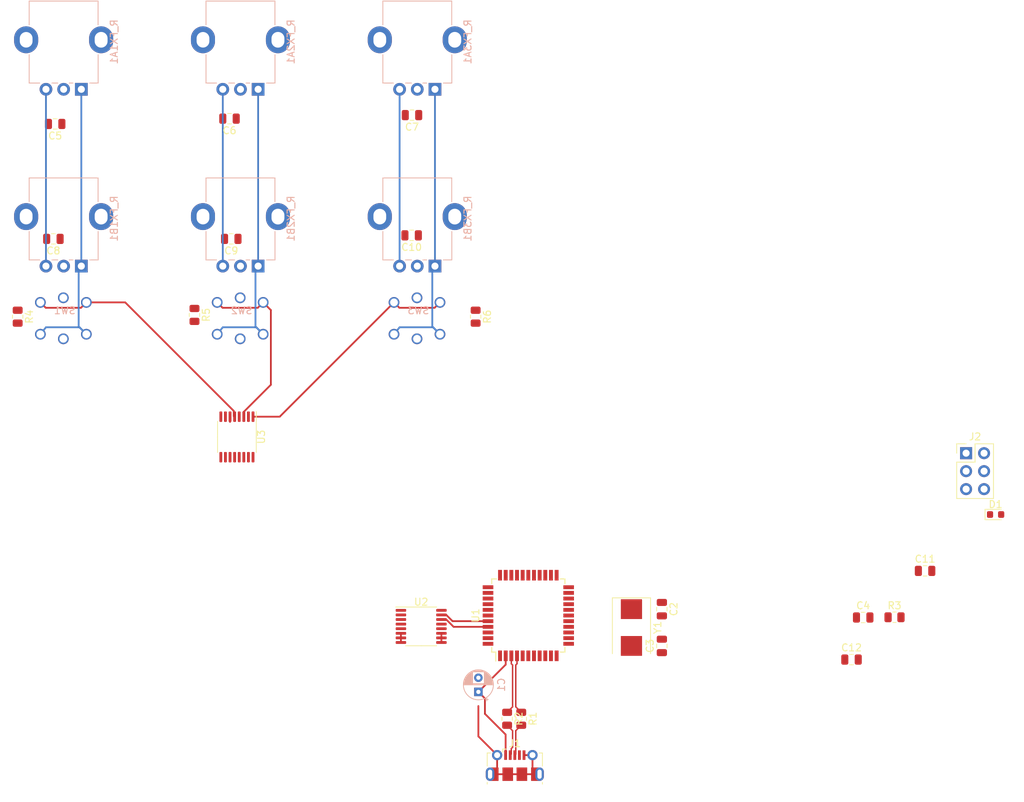
<source format=kicad_pcb>
(kicad_pcb (version 20171130) (host pcbnew 5.1.9-1.fc33)

  (general
    (thickness 1.6)
    (drawings 0)
    (tracks 85)
    (zones 0)
    (modules 34)
    (nets 36)
  )

  (page A4)
  (layers
    (0 F.Cu signal)
    (31 B.Cu signal)
    (32 B.Adhes user)
    (33 F.Adhes user)
    (34 B.Paste user)
    (35 F.Paste user)
    (36 B.SilkS user)
    (37 F.SilkS user)
    (38 B.Mask user)
    (39 F.Mask user)
    (40 Dwgs.User user)
    (41 Cmts.User user)
    (42 Eco1.User user)
    (43 Eco2.User user)
    (44 Edge.Cuts user)
    (45 Margin user)
    (46 B.CrtYd user)
    (47 F.CrtYd user)
    (48 B.Fab user)
    (49 F.Fab user)
  )

  (setup
    (last_trace_width 0.25)
    (trace_clearance 0.2)
    (zone_clearance 0.508)
    (zone_45_only no)
    (trace_min 0.2)
    (via_size 0.8)
    (via_drill 0.4)
    (via_min_size 0.4)
    (via_min_drill 0.3)
    (uvia_size 0.3)
    (uvia_drill 0.1)
    (uvias_allowed no)
    (uvia_min_size 0.2)
    (uvia_min_drill 0.1)
    (edge_width 0.05)
    (segment_width 0.2)
    (pcb_text_width 0.3)
    (pcb_text_size 1.5 1.5)
    (mod_edge_width 0.12)
    (mod_text_size 1 1)
    (mod_text_width 0.15)
    (pad_size 1.524 1.524)
    (pad_drill 0.762)
    (pad_to_mask_clearance 0)
    (aux_axis_origin 0 0)
    (visible_elements FFFFFF7F)
    (pcbplotparams
      (layerselection 0x010fc_ffffffff)
      (usegerberextensions false)
      (usegerberattributes true)
      (usegerberadvancedattributes true)
      (creategerberjobfile true)
      (excludeedgelayer true)
      (linewidth 0.100000)
      (plotframeref false)
      (viasonmask false)
      (mode 1)
      (useauxorigin false)
      (hpglpennumber 1)
      (hpglpenspeed 20)
      (hpglpendiameter 15.000000)
      (psnegative false)
      (psa4output false)
      (plotreference true)
      (plotvalue true)
      (plotinvisibletext false)
      (padsonsilk false)
      (subtractmaskfromsilk false)
      (outputformat 1)
      (mirror false)
      (drillshape 1)
      (scaleselection 1)
      (outputdirectory ""))
  )

  (net 0 "")
  (net 1 GND)
  (net 2 VCC)
  (net 3 "Net-(C4-Pad1)")
  (net 4 FX1A)
  (net 5 FX2A)
  (net 6 FX3A)
  (net 7 FX1B)
  (net 8 FX2B)
  (net 9 FX3B)
  (net 10 RST)
  (net 11 MOSI)
  (net 12 SCK)
  (net 13 MISO)
  (net 14 LED1)
  (net 15 LED2)
  (net 16 LED3)
  (net 17 FAD0)
  (net 18 FAD1)
  (net 19 FAD2)
  (net 20 TOGGLE)
  (net 21 SW_3)
  (net 22 SW_2)
  (net 23 SW_1)
  (net 24 "Net-(SW3-Pad3)")
  (net 25 "Net-(SW2-Pad3)")
  (net 26 "Net-(SW1-Pad3)")
  (net 27 "Net-(R4-Pad2)")
  (net 28 "Net-(R5-Pad2)")
  (net 29 "Net-(R6-Pad2)")
  (net 30 XTAL_P)
  (net 31 XTAL_N)
  (net 32 /USB_D+)
  (net 33 /USB_D-)
  (net 34 AVR_D+)
  (net 35 AVR_D-)

  (net_class Default "This is the default net class."
    (clearance 0.2)
    (trace_width 0.25)
    (via_dia 0.8)
    (via_drill 0.4)
    (uvia_dia 0.3)
    (uvia_drill 0.1)
    (add_net /USB_D+)
    (add_net /USB_D-)
    (add_net AVR_D+)
    (add_net AVR_D-)
    (add_net FAD0)
    (add_net FAD1)
    (add_net FAD2)
    (add_net FX1A)
    (add_net FX1B)
    (add_net FX2A)
    (add_net FX2B)
    (add_net FX3A)
    (add_net FX3B)
    (add_net GND)
    (add_net LED1)
    (add_net LED2)
    (add_net LED3)
    (add_net MISO)
    (add_net MOSI)
    (add_net "Net-(C4-Pad1)")
    (add_net "Net-(J1-Pad4)")
    (add_net "Net-(R4-Pad2)")
    (add_net "Net-(R5-Pad2)")
    (add_net "Net-(R6-Pad2)")
    (add_net "Net-(SW1-Pad3)")
    (add_net "Net-(SW2-Pad3)")
    (add_net "Net-(SW3-Pad3)")
    (add_net "Net-(U1-Pad1)")
    (add_net "Net-(U1-Pad12)")
    (add_net "Net-(U1-Pad21)")
    (add_net "Net-(U1-Pad22)")
    (add_net "Net-(U1-Pad25)")
    (add_net "Net-(U1-Pad26)")
    (add_net "Net-(U1-Pad27)")
    (add_net "Net-(U1-Pad32)")
    (add_net "Net-(U1-Pad33)")
    (add_net "Net-(U1-Pad36)")
    (add_net "Net-(U1-Pad37)")
    (add_net "Net-(U1-Pad38)")
    (add_net "Net-(U1-Pad8)")
    (add_net RST)
    (add_net SCK)
    (add_net SW_1)
    (add_net SW_2)
    (add_net SW_3)
    (add_net TOGGLE)
    (add_net VCC)
    (add_net XTAL_N)
    (add_net XTAL_P)
  )

  (module "atmega32u4:ILS TA180 10" (layer B.Cu) (tedit 61451747) (tstamp 6145E12C)
    (at 68.46 56.98)
    (path /6164B3A5)
    (fp_text reference SW3 (at 0.2 -1.1) (layer B.SilkS)
      (effects (font (size 1 1) (thickness 0.15)) (justify mirror))
    )
    (fp_text value SW_SPST_LED (at 0.2 0.75) (layer B.Fab)
      (effects (font (size 1 1) (thickness 0.15)) (justify mirror))
    )
    (fp_line (start 3.05 -3.35) (end -3.05 -3.35) (layer B.CrtYd) (width 0.12))
    (fp_line (start 3.05 3.35) (end 3.05 -3.35) (layer B.CrtYd) (width 0.12))
    (fp_line (start 3.05 3.35) (end -3.05 3.35) (layer B.CrtYd) (width 0.12))
    (fp_line (start -3.05 3.35) (end -3.05 -3.35) (layer B.CrtYd) (width 0.12))
    (pad 1 thru_hole circle (at -3.25 2.25) (size 1.524 1.524) (drill 1.1) (layers *.Cu *.Mask)
      (net 2 VCC))
    (pad 2 thru_hole circle (at 3.25 2.25) (size 1.524 1.524) (drill 1.1) (layers *.Cu *.Mask)
      (net 2 VCC))
    (pad 3 thru_hole circle (at -3.25 -2.25) (size 1.524 1.524) (drill 1.1) (layers *.Cu *.Mask)
      (net 24 "Net-(SW3-Pad3)"))
    (pad 4 thru_hole circle (at 3.25 -2.25) (size 1.524 1.524) (drill 1.1) (layers *.Cu *.Mask)
      (net 24 "Net-(SW3-Pad3)"))
    (pad 6 thru_hole circle (at 0 2.9) (size 1.524 1.524) (drill 1.1) (layers *.Cu *.Mask)
      (net 29 "Net-(R6-Pad2)"))
    (pad 5 thru_hole circle (at 0 -2.9) (size 1.524 1.524) (drill 1.1) (layers *.Cu *.Mask)
      (net 16 LED3))
  )

  (module "atmega32u4:ILS TA180 10" (layer B.Cu) (tedit 61451747) (tstamp 6145E11E)
    (at 43.46 56.98)
    (path /6164A369)
    (fp_text reference SW2 (at 0.2 -1.1) (layer B.SilkS)
      (effects (font (size 1 1) (thickness 0.15)) (justify mirror))
    )
    (fp_text value SW_SPST_LED (at 0.2 0.75) (layer B.Fab)
      (effects (font (size 1 1) (thickness 0.15)) (justify mirror))
    )
    (fp_line (start 3.05 -3.35) (end -3.05 -3.35) (layer B.CrtYd) (width 0.12))
    (fp_line (start 3.05 3.35) (end 3.05 -3.35) (layer B.CrtYd) (width 0.12))
    (fp_line (start 3.05 3.35) (end -3.05 3.35) (layer B.CrtYd) (width 0.12))
    (fp_line (start -3.05 3.35) (end -3.05 -3.35) (layer B.CrtYd) (width 0.12))
    (pad 1 thru_hole circle (at -3.25 2.25) (size 1.524 1.524) (drill 1.1) (layers *.Cu *.Mask)
      (net 2 VCC))
    (pad 2 thru_hole circle (at 3.25 2.25) (size 1.524 1.524) (drill 1.1) (layers *.Cu *.Mask)
      (net 2 VCC))
    (pad 3 thru_hole circle (at -3.25 -2.25) (size 1.524 1.524) (drill 1.1) (layers *.Cu *.Mask)
      (net 25 "Net-(SW2-Pad3)"))
    (pad 4 thru_hole circle (at 3.25 -2.25) (size 1.524 1.524) (drill 1.1) (layers *.Cu *.Mask)
      (net 25 "Net-(SW2-Pad3)"))
    (pad 6 thru_hole circle (at 0 2.9) (size 1.524 1.524) (drill 1.1) (layers *.Cu *.Mask)
      (net 28 "Net-(R5-Pad2)"))
    (pad 5 thru_hole circle (at 0 -2.9) (size 1.524 1.524) (drill 1.1) (layers *.Cu *.Mask)
      (net 15 LED2))
  )

  (module "atmega32u4:ILS TA180 10" (layer B.Cu) (tedit 61451747) (tstamp 6142EF6A)
    (at 18.46 56.98)
    (path /61648918)
    (fp_text reference SW1 (at 0.2 -1.1) (layer B.SilkS)
      (effects (font (size 1 1) (thickness 0.15)) (justify mirror))
    )
    (fp_text value SW_SPST_LED (at 0.2 0.75) (layer B.Fab)
      (effects (font (size 1 1) (thickness 0.15)) (justify mirror))
    )
    (fp_line (start 3.05 -3.35) (end -3.05 -3.35) (layer B.CrtYd) (width 0.12))
    (fp_line (start 3.05 3.35) (end 3.05 -3.35) (layer B.CrtYd) (width 0.12))
    (fp_line (start 3.05 3.35) (end -3.05 3.35) (layer B.CrtYd) (width 0.12))
    (fp_line (start -3.05 3.35) (end -3.05 -3.35) (layer B.CrtYd) (width 0.12))
    (pad 5 thru_hole circle (at 0 -2.9) (size 1.524 1.524) (drill 1.1) (layers *.Cu *.Mask)
      (net 14 LED1))
    (pad 6 thru_hole circle (at 0 2.9) (size 1.524 1.524) (drill 1.1) (layers *.Cu *.Mask)
      (net 27 "Net-(R4-Pad2)"))
    (pad 4 thru_hole circle (at 3.25 -2.25) (size 1.524 1.524) (drill 1.1) (layers *.Cu *.Mask)
      (net 26 "Net-(SW1-Pad3)"))
    (pad 3 thru_hole circle (at -3.25 -2.25) (size 1.524 1.524) (drill 1.1) (layers *.Cu *.Mask)
      (net 26 "Net-(SW1-Pad3)"))
    (pad 2 thru_hole circle (at 3.25 2.25) (size 1.524 1.524) (drill 1.1) (layers *.Cu *.Mask)
      (net 2 VCC))
    (pad 1 thru_hole circle (at -3.25 2.25) (size 1.524 1.524) (drill 1.1) (layers *.Cu *.Mask)
      (net 2 VCC))
  )

  (module Package_SO:TSSOP-16_4.4x5mm_P0.65mm (layer F.Cu) (tedit 5E476F32) (tstamp 6142A5BD)
    (at 43 73.75 270)
    (descr "TSSOP, 16 Pin (JEDEC MO-153 Var AB https://www.jedec.org/document_search?search_api_views_fulltext=MO-153), generated with kicad-footprint-generator ipc_gullwing_generator.py")
    (tags "TSSOP SO")
    (path /613BE251)
    (attr smd)
    (fp_text reference U3 (at 0 -3.45 90) (layer F.SilkS)
      (effects (font (size 1 1) (thickness 0.15)))
    )
    (fp_text value 74HC14 (at 0 3.45 90) (layer F.Fab)
      (effects (font (size 1 1) (thickness 0.15)))
    )
    (fp_line (start 0 2.735) (end 2.2 2.735) (layer F.SilkS) (width 0.12))
    (fp_line (start 0 2.735) (end -2.2 2.735) (layer F.SilkS) (width 0.12))
    (fp_line (start 0 -2.735) (end 2.2 -2.735) (layer F.SilkS) (width 0.12))
    (fp_line (start 0 -2.735) (end -3.6 -2.735) (layer F.SilkS) (width 0.12))
    (fp_line (start -1.2 -2.5) (end 2.2 -2.5) (layer F.Fab) (width 0.1))
    (fp_line (start 2.2 -2.5) (end 2.2 2.5) (layer F.Fab) (width 0.1))
    (fp_line (start 2.2 2.5) (end -2.2 2.5) (layer F.Fab) (width 0.1))
    (fp_line (start -2.2 2.5) (end -2.2 -1.5) (layer F.Fab) (width 0.1))
    (fp_line (start -2.2 -1.5) (end -1.2 -2.5) (layer F.Fab) (width 0.1))
    (fp_line (start -3.85 -2.75) (end -3.85 2.75) (layer F.CrtYd) (width 0.05))
    (fp_line (start -3.85 2.75) (end 3.85 2.75) (layer F.CrtYd) (width 0.05))
    (fp_line (start 3.85 2.75) (end 3.85 -2.75) (layer F.CrtYd) (width 0.05))
    (fp_line (start 3.85 -2.75) (end -3.85 -2.75) (layer F.CrtYd) (width 0.05))
    (fp_text user %R (at 0 0 90) (layer F.Fab)
      (effects (font (size 1 1) (thickness 0.15)))
    )
    (pad 16 smd roundrect (at 2.8625 -2.275 270) (size 1.475 0.4) (layers F.Cu F.Paste F.Mask) (roundrect_rratio 0.25))
    (pad 15 smd roundrect (at 2.8625 -1.625 270) (size 1.475 0.4) (layers F.Cu F.Paste F.Mask) (roundrect_rratio 0.25))
    (pad 14 smd roundrect (at 2.8625 -0.975 270) (size 1.475 0.4) (layers F.Cu F.Paste F.Mask) (roundrect_rratio 0.25)
      (net 2 VCC))
    (pad 13 smd roundrect (at 2.8625 -0.325 270) (size 1.475 0.4) (layers F.Cu F.Paste F.Mask) (roundrect_rratio 0.25))
    (pad 12 smd roundrect (at 2.8625 0.325 270) (size 1.475 0.4) (layers F.Cu F.Paste F.Mask) (roundrect_rratio 0.25))
    (pad 11 smd roundrect (at 2.8625 0.975 270) (size 1.475 0.4) (layers F.Cu F.Paste F.Mask) (roundrect_rratio 0.25))
    (pad 10 smd roundrect (at 2.8625 1.625 270) (size 1.475 0.4) (layers F.Cu F.Paste F.Mask) (roundrect_rratio 0.25))
    (pad 9 smd roundrect (at 2.8625 2.275 270) (size 1.475 0.4) (layers F.Cu F.Paste F.Mask) (roundrect_rratio 0.25))
    (pad 8 smd roundrect (at -2.8625 2.275 270) (size 1.475 0.4) (layers F.Cu F.Paste F.Mask) (roundrect_rratio 0.25))
    (pad 7 smd roundrect (at -2.8625 1.625 270) (size 1.475 0.4) (layers F.Cu F.Paste F.Mask) (roundrect_rratio 0.25)
      (net 1 GND))
    (pad 6 smd roundrect (at -2.8625 0.975 270) (size 1.475 0.4) (layers F.Cu F.Paste F.Mask) (roundrect_rratio 0.25)
      (net 23 SW_1))
    (pad 5 smd roundrect (at -2.8625 0.325 270) (size 1.475 0.4) (layers F.Cu F.Paste F.Mask) (roundrect_rratio 0.25)
      (net 26 "Net-(SW1-Pad3)"))
    (pad 4 smd roundrect (at -2.8625 -0.325 270) (size 1.475 0.4) (layers F.Cu F.Paste F.Mask) (roundrect_rratio 0.25)
      (net 22 SW_2))
    (pad 3 smd roundrect (at -2.8625 -0.975 270) (size 1.475 0.4) (layers F.Cu F.Paste F.Mask) (roundrect_rratio 0.25)
      (net 25 "Net-(SW2-Pad3)"))
    (pad 2 smd roundrect (at -2.8625 -1.625 270) (size 1.475 0.4) (layers F.Cu F.Paste F.Mask) (roundrect_rratio 0.25)
      (net 21 SW_3))
    (pad 1 smd roundrect (at -2.8625 -2.275 270) (size 1.475 0.4) (layers F.Cu F.Paste F.Mask) (roundrect_rratio 0.25)
      (net 24 "Net-(SW3-Pad3)"))
    (model ${KISYS3DMOD}/Package_SO.3dshapes/TSSOP-16_4.4x5mm_P0.65mm.wrl
      (at (xyz 0 0 0))
      (scale (xyz 1 1 1))
      (rotate (xyz 0 0 0))
    )
  )

  (module Crystal:Crystal_SMD_7050-2Pin_7.0x5.0mm (layer F.Cu) (tedit 5A0FD1B2) (tstamp 61428CAF)
    (at 98.78 100.7 270)
    (descr "SMD Crystal SERIES SMD7050/4 https://www.foxonline.com/pdfs/FQ7050.pdf, 7.0x5.0mm^2 package")
    (tags "SMD SMT crystal")
    (path /6134D647)
    (attr smd)
    (fp_text reference Y1 (at 0 -3.7 90) (layer F.SilkS)
      (effects (font (size 1 1) (thickness 0.15)))
    )
    (fp_text value 16MHz (at 0 3.7 90) (layer F.Fab)
      (effects (font (size 1 1) (thickness 0.15)))
    )
    (fp_circle (center 0 0) (end 0.093333 0) (layer F.Adhes) (width 0.186667))
    (fp_circle (center 0 0) (end 0.213333 0) (layer F.Adhes) (width 0.133333))
    (fp_circle (center 0 0) (end 0.333333 0) (layer F.Adhes) (width 0.133333))
    (fp_circle (center 0 0) (end 0.4 0) (layer F.Adhes) (width 0.1))
    (fp_line (start 4.3 -2.8) (end -4.3 -2.8) (layer F.CrtYd) (width 0.05))
    (fp_line (start 4.3 2.8) (end 4.3 -2.8) (layer F.CrtYd) (width 0.05))
    (fp_line (start -4.3 2.8) (end 4.3 2.8) (layer F.CrtYd) (width 0.05))
    (fp_line (start -4.3 -2.8) (end -4.3 2.8) (layer F.CrtYd) (width 0.05))
    (fp_line (start -4.2 2.7) (end 3.7 2.7) (layer F.SilkS) (width 0.12))
    (fp_line (start -4.2 -2.7) (end -4.2 2.7) (layer F.SilkS) (width 0.12))
    (fp_line (start 3.7 -2.7) (end -4.2 -2.7) (layer F.SilkS) (width 0.12))
    (fp_line (start -3.5 1.5) (end -2.5 2.5) (layer F.Fab) (width 0.1))
    (fp_line (start -3.5 -2.3) (end -3.3 -2.5) (layer F.Fab) (width 0.1))
    (fp_line (start -3.5 2.3) (end -3.5 -2.3) (layer F.Fab) (width 0.1))
    (fp_line (start -3.3 2.5) (end -3.5 2.3) (layer F.Fab) (width 0.1))
    (fp_line (start 3.3 2.5) (end -3.3 2.5) (layer F.Fab) (width 0.1))
    (fp_line (start 3.5 2.3) (end 3.3 2.5) (layer F.Fab) (width 0.1))
    (fp_line (start 3.5 -2.3) (end 3.5 2.3) (layer F.Fab) (width 0.1))
    (fp_line (start 3.3 -2.5) (end 3.5 -2.3) (layer F.Fab) (width 0.1))
    (fp_line (start -3.3 -2.5) (end 3.3 -2.5) (layer F.Fab) (width 0.1))
    (fp_text user %R (at 0 0 90) (layer F.Fab)
      (effects (font (size 1 1) (thickness 0.15)))
    )
    (pad 2 smd rect (at 2.6 0 270) (size 2.8 3) (layers F.Cu F.Paste F.Mask)
      (net 31 XTAL_N))
    (pad 1 smd rect (at -2.6 0 270) (size 2.8 3) (layers F.Cu F.Paste F.Mask)
      (net 30 XTAL_P))
    (model ${KISYS3DMOD}/Crystal.3dshapes/Crystal_SMD_7050-2Pin_7.0x5.0mm.wrl
      (at (xyz 0 0 0))
      (scale (xyz 1 1 1))
      (rotate (xyz 0 0 0))
    )
  )

  (module Package_SO:TSSOP-16_4.4x5mm_P0.65mm (layer F.Cu) (tedit 5E476F32) (tstamp 61428C72)
    (at 69.05 100.54)
    (descr "TSSOP, 16 Pin (JEDEC MO-153 Var AB https://www.jedec.org/document_search?search_api_views_fulltext=MO-153), generated with kicad-footprint-generator ipc_gullwing_generator.py")
    (tags "TSSOP SO")
    (path /6135664A)
    (attr smd)
    (fp_text reference U2 (at 0 -3.45) (layer F.SilkS)
      (effects (font (size 1 1) (thickness 0.15)))
    )
    (fp_text value SN74LV4053A-Q1 (at 0 3.45) (layer F.Fab)
      (effects (font (size 1 1) (thickness 0.15)))
    )
    (fp_line (start 3.85 -2.75) (end -3.85 -2.75) (layer F.CrtYd) (width 0.05))
    (fp_line (start 3.85 2.75) (end 3.85 -2.75) (layer F.CrtYd) (width 0.05))
    (fp_line (start -3.85 2.75) (end 3.85 2.75) (layer F.CrtYd) (width 0.05))
    (fp_line (start -3.85 -2.75) (end -3.85 2.75) (layer F.CrtYd) (width 0.05))
    (fp_line (start -2.2 -1.5) (end -1.2 -2.5) (layer F.Fab) (width 0.1))
    (fp_line (start -2.2 2.5) (end -2.2 -1.5) (layer F.Fab) (width 0.1))
    (fp_line (start 2.2 2.5) (end -2.2 2.5) (layer F.Fab) (width 0.1))
    (fp_line (start 2.2 -2.5) (end 2.2 2.5) (layer F.Fab) (width 0.1))
    (fp_line (start -1.2 -2.5) (end 2.2 -2.5) (layer F.Fab) (width 0.1))
    (fp_line (start 0 -2.735) (end -3.6 -2.735) (layer F.SilkS) (width 0.12))
    (fp_line (start 0 -2.735) (end 2.2 -2.735) (layer F.SilkS) (width 0.12))
    (fp_line (start 0 2.735) (end -2.2 2.735) (layer F.SilkS) (width 0.12))
    (fp_line (start 0 2.735) (end 2.2 2.735) (layer F.SilkS) (width 0.12))
    (fp_text user %R (at 0 0) (layer F.Fab)
      (effects (font (size 1 1) (thickness 0.15)))
    )
    (pad 16 smd roundrect (at 2.8625 -2.275) (size 1.475 0.4) (layers F.Cu F.Paste F.Mask) (roundrect_rratio 0.25)
      (net 2 VCC))
    (pad 15 smd roundrect (at 2.8625 -1.625) (size 1.475 0.4) (layers F.Cu F.Paste F.Mask) (roundrect_rratio 0.25)
      (net 18 FAD1))
    (pad 14 smd roundrect (at 2.8625 -0.975) (size 1.475 0.4) (layers F.Cu F.Paste F.Mask) (roundrect_rratio 0.25)
      (net 17 FAD0))
    (pad 13 smd roundrect (at 2.8625 -0.325) (size 1.475 0.4) (layers F.Cu F.Paste F.Mask) (roundrect_rratio 0.25)
      (net 7 FX1B))
    (pad 12 smd roundrect (at 2.8625 0.325) (size 1.475 0.4) (layers F.Cu F.Paste F.Mask) (roundrect_rratio 0.25)
      (net 4 FX1A))
    (pad 11 smd roundrect (at 2.8625 0.975) (size 1.475 0.4) (layers F.Cu F.Paste F.Mask) (roundrect_rratio 0.25)
      (net 20 TOGGLE))
    (pad 10 smd roundrect (at 2.8625 1.625) (size 1.475 0.4) (layers F.Cu F.Paste F.Mask) (roundrect_rratio 0.25)
      (net 20 TOGGLE))
    (pad 9 smd roundrect (at 2.8625 2.275) (size 1.475 0.4) (layers F.Cu F.Paste F.Mask) (roundrect_rratio 0.25)
      (net 20 TOGGLE))
    (pad 8 smd roundrect (at -2.8625 2.275) (size 1.475 0.4) (layers F.Cu F.Paste F.Mask) (roundrect_rratio 0.25)
      (net 1 GND))
    (pad 7 smd roundrect (at -2.8625 1.625) (size 1.475 0.4) (layers F.Cu F.Paste F.Mask) (roundrect_rratio 0.25)
      (net 1 GND))
    (pad 6 smd roundrect (at -2.8625 0.975) (size 1.475 0.4) (layers F.Cu F.Paste F.Mask) (roundrect_rratio 0.25)
      (net 1 GND))
    (pad 5 smd roundrect (at -2.8625 0.325) (size 1.475 0.4) (layers F.Cu F.Paste F.Mask) (roundrect_rratio 0.25)
      (net 6 FX3A))
    (pad 4 smd roundrect (at -2.8625 -0.325) (size 1.475 0.4) (layers F.Cu F.Paste F.Mask) (roundrect_rratio 0.25)
      (net 19 FAD2))
    (pad 3 smd roundrect (at -2.8625 -0.975) (size 1.475 0.4) (layers F.Cu F.Paste F.Mask) (roundrect_rratio 0.25)
      (net 9 FX3B))
    (pad 2 smd roundrect (at -2.8625 -1.625) (size 1.475 0.4) (layers F.Cu F.Paste F.Mask) (roundrect_rratio 0.25)
      (net 5 FX2A))
    (pad 1 smd roundrect (at -2.8625 -2.275) (size 1.475 0.4) (layers F.Cu F.Paste F.Mask) (roundrect_rratio 0.25)
      (net 8 FX2B))
    (model ${KISYS3DMOD}/Package_SO.3dshapes/TSSOP-16_4.4x5mm_P0.65mm.wrl
      (at (xyz 0 0 0))
      (scale (xyz 1 1 1))
      (rotate (xyz 0 0 0))
    )
  )

  (module Package_QFP:TQFP-44_10x10mm_P0.8mm (layer F.Cu) (tedit 5A02F146) (tstamp 61428C50)
    (at 84.2 99 90)
    (descr "44-Lead Plastic Thin Quad Flatpack (PT) - 10x10x1.0 mm Body [TQFP] (see Microchip Packaging Specification 00000049BS.pdf)")
    (tags "QFP 0.8")
    (path /5FBBE0D6)
    (attr smd)
    (fp_text reference U1 (at 0 -7.45 90) (layer F.SilkS)
      (effects (font (size 1 1) (thickness 0.15)))
    )
    (fp_text value ATmega32U4-AU (at 0 7.45 90) (layer F.Fab)
      (effects (font (size 1 1) (thickness 0.15)))
    )
    (fp_line (start -5.175 -4.6) (end -6.45 -4.6) (layer F.SilkS) (width 0.15))
    (fp_line (start 5.175 -5.175) (end 4.5 -5.175) (layer F.SilkS) (width 0.15))
    (fp_line (start 5.175 5.175) (end 4.5 5.175) (layer F.SilkS) (width 0.15))
    (fp_line (start -5.175 5.175) (end -4.5 5.175) (layer F.SilkS) (width 0.15))
    (fp_line (start -5.175 -5.175) (end -4.5 -5.175) (layer F.SilkS) (width 0.15))
    (fp_line (start -5.175 5.175) (end -5.175 4.5) (layer F.SilkS) (width 0.15))
    (fp_line (start 5.175 5.175) (end 5.175 4.5) (layer F.SilkS) (width 0.15))
    (fp_line (start 5.175 -5.175) (end 5.175 -4.5) (layer F.SilkS) (width 0.15))
    (fp_line (start -5.175 -5.175) (end -5.175 -4.6) (layer F.SilkS) (width 0.15))
    (fp_line (start -6.7 6.7) (end 6.7 6.7) (layer F.CrtYd) (width 0.05))
    (fp_line (start -6.7 -6.7) (end 6.7 -6.7) (layer F.CrtYd) (width 0.05))
    (fp_line (start 6.7 -6.7) (end 6.7 6.7) (layer F.CrtYd) (width 0.05))
    (fp_line (start -6.7 -6.7) (end -6.7 6.7) (layer F.CrtYd) (width 0.05))
    (fp_line (start -5 -4) (end -4 -5) (layer F.Fab) (width 0.15))
    (fp_line (start -5 5) (end -5 -4) (layer F.Fab) (width 0.15))
    (fp_line (start 5 5) (end -5 5) (layer F.Fab) (width 0.15))
    (fp_line (start 5 -5) (end 5 5) (layer F.Fab) (width 0.15))
    (fp_line (start -4 -5) (end 5 -5) (layer F.Fab) (width 0.15))
    (fp_text user %R (at 0 0 90) (layer F.Fab)
      (effects (font (size 1 1) (thickness 0.15)))
    )
    (pad 44 smd rect (at -4 -5.7 180) (size 1.5 0.55) (layers F.Cu F.Paste F.Mask)
      (net 2 VCC))
    (pad 43 smd rect (at -3.2 -5.7 180) (size 1.5 0.55) (layers F.Cu F.Paste F.Mask)
      (net 1 GND))
    (pad 42 smd rect (at -2.4 -5.7 180) (size 1.5 0.55) (layers F.Cu F.Paste F.Mask)
      (net 2 VCC))
    (pad 41 smd rect (at -1.6 -5.7 180) (size 1.5 0.55) (layers F.Cu F.Paste F.Mask)
      (net 17 FAD0))
    (pad 40 smd rect (at -0.8 -5.7 180) (size 1.5 0.55) (layers F.Cu F.Paste F.Mask)
      (net 18 FAD1))
    (pad 39 smd rect (at 0 -5.7 180) (size 1.5 0.55) (layers F.Cu F.Paste F.Mask)
      (net 19 FAD2))
    (pad 38 smd rect (at 0.8 -5.7 180) (size 1.5 0.55) (layers F.Cu F.Paste F.Mask))
    (pad 37 smd rect (at 1.6 -5.7 180) (size 1.5 0.55) (layers F.Cu F.Paste F.Mask))
    (pad 36 smd rect (at 2.4 -5.7 180) (size 1.5 0.55) (layers F.Cu F.Paste F.Mask))
    (pad 35 smd rect (at 3.2 -5.7 180) (size 1.5 0.55) (layers F.Cu F.Paste F.Mask)
      (net 1 GND))
    (pad 34 smd rect (at 4 -5.7 180) (size 1.5 0.55) (layers F.Cu F.Paste F.Mask)
      (net 2 VCC))
    (pad 33 smd rect (at 5.7 -4 90) (size 1.5 0.55) (layers F.Cu F.Paste F.Mask))
    (pad 32 smd rect (at 5.7 -3.2 90) (size 1.5 0.55) (layers F.Cu F.Paste F.Mask))
    (pad 31 smd rect (at 5.7 -2.4 90) (size 1.5 0.55) (layers F.Cu F.Paste F.Mask)
      (net 20 TOGGLE))
    (pad 30 smd rect (at 5.7 -1.6 90) (size 1.5 0.55) (layers F.Cu F.Paste F.Mask)
      (net 14 LED1))
    (pad 29 smd rect (at 5.7 -0.8 90) (size 1.5 0.55) (layers F.Cu F.Paste F.Mask)
      (net 15 LED2))
    (pad 28 smd rect (at 5.7 0 90) (size 1.5 0.55) (layers F.Cu F.Paste F.Mask)
      (net 16 LED3))
    (pad 27 smd rect (at 5.7 0.8 90) (size 1.5 0.55) (layers F.Cu F.Paste F.Mask))
    (pad 26 smd rect (at 5.7 1.6 90) (size 1.5 0.55) (layers F.Cu F.Paste F.Mask))
    (pad 25 smd rect (at 5.7 2.4 90) (size 1.5 0.55) (layers F.Cu F.Paste F.Mask))
    (pad 24 smd rect (at 5.7 3.2 90) (size 1.5 0.55) (layers F.Cu F.Paste F.Mask)
      (net 2 VCC))
    (pad 23 smd rect (at 5.7 4 90) (size 1.5 0.55) (layers F.Cu F.Paste F.Mask)
      (net 1 GND))
    (pad 22 smd rect (at 4 5.7 180) (size 1.5 0.55) (layers F.Cu F.Paste F.Mask))
    (pad 21 smd rect (at 3.2 5.7 180) (size 1.5 0.55) (layers F.Cu F.Paste F.Mask))
    (pad 20 smd rect (at 2.4 5.7 180) (size 1.5 0.55) (layers F.Cu F.Paste F.Mask)
      (net 21 SW_3))
    (pad 19 smd rect (at 1.6 5.7 180) (size 1.5 0.55) (layers F.Cu F.Paste F.Mask)
      (net 22 SW_2))
    (pad 18 smd rect (at 0.8 5.7 180) (size 1.5 0.55) (layers F.Cu F.Paste F.Mask)
      (net 23 SW_1))
    (pad 17 smd rect (at 0 5.7 180) (size 1.5 0.55) (layers F.Cu F.Paste F.Mask)
      (net 30 XTAL_P))
    (pad 16 smd rect (at -0.8 5.7 180) (size 1.5 0.55) (layers F.Cu F.Paste F.Mask)
      (net 31 XTAL_N))
    (pad 15 smd rect (at -1.6 5.7 180) (size 1.5 0.55) (layers F.Cu F.Paste F.Mask)
      (net 1 GND))
    (pad 14 smd rect (at -2.4 5.7 180) (size 1.5 0.55) (layers F.Cu F.Paste F.Mask)
      (net 2 VCC))
    (pad 13 smd rect (at -3.2 5.7 180) (size 1.5 0.55) (layers F.Cu F.Paste F.Mask)
      (net 10 RST))
    (pad 12 smd rect (at -4 5.7 180) (size 1.5 0.55) (layers F.Cu F.Paste F.Mask))
    (pad 11 smd rect (at -5.7 4 90) (size 1.5 0.55) (layers F.Cu F.Paste F.Mask)
      (net 13 MISO))
    (pad 10 smd rect (at -5.7 3.2 90) (size 1.5 0.55) (layers F.Cu F.Paste F.Mask)
      (net 11 MOSI))
    (pad 9 smd rect (at -5.7 2.4 90) (size 1.5 0.55) (layers F.Cu F.Paste F.Mask)
      (net 12 SCK))
    (pad 8 smd rect (at -5.7 1.6 90) (size 1.5 0.55) (layers F.Cu F.Paste F.Mask))
    (pad 7 smd rect (at -5.7 0.8 90) (size 1.5 0.55) (layers F.Cu F.Paste F.Mask)
      (net 2 VCC))
    (pad 6 smd rect (at -5.7 0 90) (size 1.5 0.55) (layers F.Cu F.Paste F.Mask)
      (net 3 "Net-(C4-Pad1)"))
    (pad 5 smd rect (at -5.7 -0.8 90) (size 1.5 0.55) (layers F.Cu F.Paste F.Mask)
      (net 1 GND))
    (pad 4 smd rect (at -5.7 -1.6 90) (size 1.5 0.55) (layers F.Cu F.Paste F.Mask)
      (net 34 AVR_D+))
    (pad 3 smd rect (at -5.7 -2.4 90) (size 1.5 0.55) (layers F.Cu F.Paste F.Mask)
      (net 35 AVR_D-))
    (pad 2 smd rect (at -5.7 -3.2 90) (size 1.5 0.55) (layers F.Cu F.Paste F.Mask)
      (net 2 VCC))
    (pad 1 smd rect (at -5.7 -4 90) (size 1.5 0.55) (layers F.Cu F.Paste F.Mask))
    (model ${KISYS3DMOD}/Package_QFP.3dshapes/TQFP-44_10x10mm_P0.8mm.wrl
      (at (xyz 0 0 0))
      (scale (xyz 1 1 1))
      (rotate (xyz 0 0 0))
    )
  )

  (module atmega32u4:Potentiometer_TT_P090S_Vertical (layer B.Cu) (tedit 613614CB) (tstamp 61428C0D)
    (at 71 49.6 90)
    (descr "Potentiometer, vertical, 9mm, single, http://www.taiwanalpha.com.tw/downloads?target=products&id=113")
    (tags "potentiometer vertical 9mm single")
    (path /6158D4B8)
    (fp_text reference R_FX3B1 (at 6.71 4.64 90) (layer B.SilkS)
      (effects (font (size 1 1) (thickness 0.15)) (justify mirror))
    )
    (fp_text value 10k (at 7 -10.5 90) (layer B.Fab)
      (effects (font (size 1 1) (thickness 0.15)) (justify mirror))
    )
    (fp_line (start -1.15 -8.91) (end 12.6 -8.91) (layer B.CrtYd) (width 0.05))
    (fp_line (start -1.15 3.91) (end -1.15 -8.91) (layer B.CrtYd) (width 0.05))
    (fp_line (start 12.6 3.91) (end -1.15 3.91) (layer B.CrtYd) (width 0.05))
    (fp_line (start 12.6 -8.91) (end 12.6 3.91) (layer B.CrtYd) (width 0.05))
    (fp_line (start 12.47 -7.37) (end 12.47 2.37) (layer B.SilkS) (width 0.12))
    (fp_line (start 0.88 -7.37) (end 0.88 -5.88) (layer B.SilkS) (width 0.12))
    (fp_line (start 9.1 -7.37) (end 12.47 -7.37) (layer B.SilkS) (width 0.12))
    (fp_line (start 0.88 2.38) (end 4.9 2.38) (layer B.SilkS) (width 0.12))
    (fp_circle (center 7.5 -2.5) (end 7.5 1) (layer B.Fab) (width 0.1))
    (fp_line (start 1 -7.25) (end 1 2.25) (layer B.Fab) (width 0.1))
    (fp_line (start 12.35 -7.25) (end 12.35 2.25) (layer B.Fab) (width 0.1))
    (fp_line (start 1 2.25) (end 12.35 2.25) (layer B.Fab) (width 0.1))
    (fp_line (start 1 -7.25) (end 12.35 -7.25) (layer B.Fab) (width 0.1))
    (fp_line (start 9.1 2.37) (end 12.47 2.37) (layer B.SilkS) (width 0.12))
    (fp_line (start 0.88 -7.37) (end 4.9 -7.37) (layer B.SilkS) (width 0.12))
    (fp_line (start 0.88 1.19) (end 0.88 2.37) (layer B.SilkS) (width 0.12))
    (fp_line (start 0.88 -1.71) (end 0.88 -1.18) (layer B.SilkS) (width 0.12))
    (fp_line (start 0.88 -4.16) (end 0.88 -3.33) (layer B.SilkS) (width 0.12))
    (fp_text user %R (at 7.62 -2.54 270) (layer B.Fab)
      (effects (font (size 1 1) (thickness 0.15)) (justify mirror))
    )
    (pad "" thru_hole oval (at 7 -7.8) (size 3.4 3.8) (drill oval 1.8 2.2) (layers *.Cu *.Mask))
    (pad "" thru_hole oval (at 7 2.8) (size 3.4 3.8) (drill oval 1.82 2.22) (layers *.Cu *.Mask))
    (pad 3 thru_hole circle (at 0 -5) (size 1.8 1.8) (drill 1) (layers *.Cu *.Mask)
      (net 1 GND))
    (pad 2 thru_hole circle (at 0 -2.5) (size 1.8 1.8) (drill 1) (layers *.Cu *.Mask)
      (net 9 FX3B))
    (pad 1 thru_hole rect (at 0 0) (size 1.8 1.8) (drill 1) (layers *.Cu *.Mask)
      (net 2 VCC))
    (model ${KISYS3DMOD}/Potentiometer_THT.3dshapes/Potentiometer_Alpha_RD901F-40-00D_Single_Vertical.wrl
      (at (xyz 0 0 0))
      (scale (xyz 1 1 1))
      (rotate (xyz 0 0 0))
    )
  )

  (module atmega32u4:Potentiometer_TT_P090S_Vertical (layer B.Cu) (tedit 613614CB) (tstamp 61428BF1)
    (at 71 24.6 90)
    (descr "Potentiometer, vertical, 9mm, single, http://www.taiwanalpha.com.tw/downloads?target=products&id=113")
    (tags "potentiometer vertical 9mm single")
    (path /614CC21A)
    (fp_text reference R_FX3A1 (at 6.71 4.64 90) (layer B.SilkS)
      (effects (font (size 1 1) (thickness 0.15)) (justify mirror))
    )
    (fp_text value 10k (at 7 -10.5 90) (layer B.Fab)
      (effects (font (size 1 1) (thickness 0.15)) (justify mirror))
    )
    (fp_line (start -1.15 -8.91) (end 12.6 -8.91) (layer B.CrtYd) (width 0.05))
    (fp_line (start -1.15 3.91) (end -1.15 -8.91) (layer B.CrtYd) (width 0.05))
    (fp_line (start 12.6 3.91) (end -1.15 3.91) (layer B.CrtYd) (width 0.05))
    (fp_line (start 12.6 -8.91) (end 12.6 3.91) (layer B.CrtYd) (width 0.05))
    (fp_line (start 12.47 -7.37) (end 12.47 2.37) (layer B.SilkS) (width 0.12))
    (fp_line (start 0.88 -7.37) (end 0.88 -5.88) (layer B.SilkS) (width 0.12))
    (fp_line (start 9.1 -7.37) (end 12.47 -7.37) (layer B.SilkS) (width 0.12))
    (fp_line (start 0.88 2.38) (end 4.9 2.38) (layer B.SilkS) (width 0.12))
    (fp_circle (center 7.5 -2.5) (end 7.5 1) (layer B.Fab) (width 0.1))
    (fp_line (start 1 -7.25) (end 1 2.25) (layer B.Fab) (width 0.1))
    (fp_line (start 12.35 -7.25) (end 12.35 2.25) (layer B.Fab) (width 0.1))
    (fp_line (start 1 2.25) (end 12.35 2.25) (layer B.Fab) (width 0.1))
    (fp_line (start 1 -7.25) (end 12.35 -7.25) (layer B.Fab) (width 0.1))
    (fp_line (start 9.1 2.37) (end 12.47 2.37) (layer B.SilkS) (width 0.12))
    (fp_line (start 0.88 -7.37) (end 4.9 -7.37) (layer B.SilkS) (width 0.12))
    (fp_line (start 0.88 1.19) (end 0.88 2.37) (layer B.SilkS) (width 0.12))
    (fp_line (start 0.88 -1.71) (end 0.88 -1.18) (layer B.SilkS) (width 0.12))
    (fp_line (start 0.88 -4.16) (end 0.88 -3.33) (layer B.SilkS) (width 0.12))
    (fp_text user %R (at 7.62 -2.54 270) (layer B.Fab)
      (effects (font (size 1 1) (thickness 0.15)) (justify mirror))
    )
    (pad "" thru_hole oval (at 7 -7.8) (size 3.4 3.8) (drill oval 1.8 2.2) (layers *.Cu *.Mask))
    (pad "" thru_hole oval (at 7 2.8) (size 3.4 3.8) (drill oval 1.82 2.22) (layers *.Cu *.Mask))
    (pad 3 thru_hole circle (at 0 -5) (size 1.8 1.8) (drill 1) (layers *.Cu *.Mask)
      (net 1 GND))
    (pad 2 thru_hole circle (at 0 -2.5) (size 1.8 1.8) (drill 1) (layers *.Cu *.Mask)
      (net 6 FX3A))
    (pad 1 thru_hole rect (at 0 0) (size 1.8 1.8) (drill 1) (layers *.Cu *.Mask)
      (net 2 VCC))
    (model ${KISYS3DMOD}/Potentiometer_THT.3dshapes/Potentiometer_Alpha_RD901F-40-00D_Single_Vertical.wrl
      (at (xyz 0 0 0))
      (scale (xyz 1 1 1))
      (rotate (xyz 0 0 0))
    )
  )

  (module atmega32u4:Potentiometer_TT_P090S_Vertical (layer B.Cu) (tedit 613614CB) (tstamp 61428BD5)
    (at 46 49.6 90)
    (descr "Potentiometer, vertical, 9mm, single, http://www.taiwanalpha.com.tw/downloads?target=products&id=113")
    (tags "potentiometer vertical 9mm single")
    (path /6158D4B2)
    (fp_text reference R_FX2B1 (at 6.71 4.64 90) (layer B.SilkS)
      (effects (font (size 1 1) (thickness 0.15)) (justify mirror))
    )
    (fp_text value 10k (at 7 -10.5 90) (layer B.Fab)
      (effects (font (size 1 1) (thickness 0.15)) (justify mirror))
    )
    (fp_line (start -1.15 -8.91) (end 12.6 -8.91) (layer B.CrtYd) (width 0.05))
    (fp_line (start -1.15 3.91) (end -1.15 -8.91) (layer B.CrtYd) (width 0.05))
    (fp_line (start 12.6 3.91) (end -1.15 3.91) (layer B.CrtYd) (width 0.05))
    (fp_line (start 12.6 -8.91) (end 12.6 3.91) (layer B.CrtYd) (width 0.05))
    (fp_line (start 12.47 -7.37) (end 12.47 2.37) (layer B.SilkS) (width 0.12))
    (fp_line (start 0.88 -7.37) (end 0.88 -5.88) (layer B.SilkS) (width 0.12))
    (fp_line (start 9.1 -7.37) (end 12.47 -7.37) (layer B.SilkS) (width 0.12))
    (fp_line (start 0.88 2.38) (end 4.9 2.38) (layer B.SilkS) (width 0.12))
    (fp_circle (center 7.5 -2.5) (end 7.5 1) (layer B.Fab) (width 0.1))
    (fp_line (start 1 -7.25) (end 1 2.25) (layer B.Fab) (width 0.1))
    (fp_line (start 12.35 -7.25) (end 12.35 2.25) (layer B.Fab) (width 0.1))
    (fp_line (start 1 2.25) (end 12.35 2.25) (layer B.Fab) (width 0.1))
    (fp_line (start 1 -7.25) (end 12.35 -7.25) (layer B.Fab) (width 0.1))
    (fp_line (start 9.1 2.37) (end 12.47 2.37) (layer B.SilkS) (width 0.12))
    (fp_line (start 0.88 -7.37) (end 4.9 -7.37) (layer B.SilkS) (width 0.12))
    (fp_line (start 0.88 1.19) (end 0.88 2.37) (layer B.SilkS) (width 0.12))
    (fp_line (start 0.88 -1.71) (end 0.88 -1.18) (layer B.SilkS) (width 0.12))
    (fp_line (start 0.88 -4.16) (end 0.88 -3.33) (layer B.SilkS) (width 0.12))
    (fp_text user %R (at 7.62 -2.54 270) (layer B.Fab)
      (effects (font (size 1 1) (thickness 0.15)) (justify mirror))
    )
    (pad "" thru_hole oval (at 7 -7.8) (size 3.4 3.8) (drill oval 1.8 2.2) (layers *.Cu *.Mask))
    (pad "" thru_hole oval (at 7 2.8) (size 3.4 3.8) (drill oval 1.82 2.22) (layers *.Cu *.Mask))
    (pad 3 thru_hole circle (at 0 -5) (size 1.8 1.8) (drill 1) (layers *.Cu *.Mask)
      (net 1 GND))
    (pad 2 thru_hole circle (at 0 -2.5) (size 1.8 1.8) (drill 1) (layers *.Cu *.Mask)
      (net 8 FX2B))
    (pad 1 thru_hole rect (at 0 0) (size 1.8 1.8) (drill 1) (layers *.Cu *.Mask)
      (net 2 VCC))
    (model ${KISYS3DMOD}/Potentiometer_THT.3dshapes/Potentiometer_Alpha_RD901F-40-00D_Single_Vertical.wrl
      (at (xyz 0 0 0))
      (scale (xyz 1 1 1))
      (rotate (xyz 0 0 0))
    )
  )

  (module atmega32u4:Potentiometer_TT_P090S_Vertical (layer B.Cu) (tedit 613614CB) (tstamp 61455EB3)
    (at 46 24.6 90)
    (descr "Potentiometer, vertical, 9mm, single, http://www.taiwanalpha.com.tw/downloads?target=products&id=113")
    (tags "potentiometer vertical 9mm single")
    (path /614CB946)
    (fp_text reference R_FX2A1 (at 6.71 4.64 90) (layer B.SilkS)
      (effects (font (size 1 1) (thickness 0.15)) (justify mirror))
    )
    (fp_text value 10k (at 7 -10.5 90) (layer B.Fab)
      (effects (font (size 1 1) (thickness 0.15)) (justify mirror))
    )
    (fp_line (start -1.15 -8.91) (end 12.6 -8.91) (layer B.CrtYd) (width 0.05))
    (fp_line (start -1.15 3.91) (end -1.15 -8.91) (layer B.CrtYd) (width 0.05))
    (fp_line (start 12.6 3.91) (end -1.15 3.91) (layer B.CrtYd) (width 0.05))
    (fp_line (start 12.6 -8.91) (end 12.6 3.91) (layer B.CrtYd) (width 0.05))
    (fp_line (start 12.47 -7.37) (end 12.47 2.37) (layer B.SilkS) (width 0.12))
    (fp_line (start 0.88 -7.37) (end 0.88 -5.88) (layer B.SilkS) (width 0.12))
    (fp_line (start 9.1 -7.37) (end 12.47 -7.37) (layer B.SilkS) (width 0.12))
    (fp_line (start 0.88 2.38) (end 4.9 2.38) (layer B.SilkS) (width 0.12))
    (fp_circle (center 7.5 -2.5) (end 7.5 1) (layer B.Fab) (width 0.1))
    (fp_line (start 1 -7.25) (end 1 2.25) (layer B.Fab) (width 0.1))
    (fp_line (start 12.35 -7.25) (end 12.35 2.25) (layer B.Fab) (width 0.1))
    (fp_line (start 1 2.25) (end 12.35 2.25) (layer B.Fab) (width 0.1))
    (fp_line (start 1 -7.25) (end 12.35 -7.25) (layer B.Fab) (width 0.1))
    (fp_line (start 9.1 2.37) (end 12.47 2.37) (layer B.SilkS) (width 0.12))
    (fp_line (start 0.88 -7.37) (end 4.9 -7.37) (layer B.SilkS) (width 0.12))
    (fp_line (start 0.88 1.19) (end 0.88 2.37) (layer B.SilkS) (width 0.12))
    (fp_line (start 0.88 -1.71) (end 0.88 -1.18) (layer B.SilkS) (width 0.12))
    (fp_line (start 0.88 -4.16) (end 0.88 -3.33) (layer B.SilkS) (width 0.12))
    (fp_text user %R (at 7.62 -2.54 270) (layer B.Fab)
      (effects (font (size 1 1) (thickness 0.15)) (justify mirror))
    )
    (pad "" thru_hole oval (at 7 -7.8) (size 3.4 3.8) (drill oval 1.8 2.2) (layers *.Cu *.Mask))
    (pad "" thru_hole oval (at 7 2.8) (size 3.4 3.8) (drill oval 1.82 2.22) (layers *.Cu *.Mask))
    (pad 3 thru_hole circle (at 0 -5) (size 1.8 1.8) (drill 1) (layers *.Cu *.Mask)
      (net 1 GND))
    (pad 2 thru_hole circle (at 0 -2.5) (size 1.8 1.8) (drill 1) (layers *.Cu *.Mask)
      (net 5 FX2A))
    (pad 1 thru_hole rect (at 0 0) (size 1.8 1.8) (drill 1) (layers *.Cu *.Mask)
      (net 2 VCC))
    (model ${KISYS3DMOD}/Potentiometer_THT.3dshapes/Potentiometer_Alpha_RD901F-40-00D_Single_Vertical.wrl
      (at (xyz 0 0 0))
      (scale (xyz 1 1 1))
      (rotate (xyz 0 0 0))
    )
  )

  (module atmega32u4:Potentiometer_TT_P090S_Vertical (layer B.Cu) (tedit 613614CB) (tstamp 61428B9D)
    (at 21 49.6 90)
    (descr "Potentiometer, vertical, 9mm, single, http://www.taiwanalpha.com.tw/downloads?target=products&id=113")
    (tags "potentiometer vertical 9mm single")
    (path /6158D4AC)
    (fp_text reference R_FX1B1 (at 6.71 4.64 90) (layer B.SilkS)
      (effects (font (size 1 1) (thickness 0.15)) (justify mirror))
    )
    (fp_text value 10k (at 7 -10.5 90) (layer B.Fab)
      (effects (font (size 1 1) (thickness 0.15)) (justify mirror))
    )
    (fp_line (start -1.15 -8.91) (end 12.6 -8.91) (layer B.CrtYd) (width 0.05))
    (fp_line (start -1.15 3.91) (end -1.15 -8.91) (layer B.CrtYd) (width 0.05))
    (fp_line (start 12.6 3.91) (end -1.15 3.91) (layer B.CrtYd) (width 0.05))
    (fp_line (start 12.6 -8.91) (end 12.6 3.91) (layer B.CrtYd) (width 0.05))
    (fp_line (start 12.47 -7.37) (end 12.47 2.37) (layer B.SilkS) (width 0.12))
    (fp_line (start 0.88 -7.37) (end 0.88 -5.88) (layer B.SilkS) (width 0.12))
    (fp_line (start 9.1 -7.37) (end 12.47 -7.37) (layer B.SilkS) (width 0.12))
    (fp_line (start 0.88 2.38) (end 4.9 2.38) (layer B.SilkS) (width 0.12))
    (fp_circle (center 7.5 -2.5) (end 7.5 1) (layer B.Fab) (width 0.1))
    (fp_line (start 1 -7.25) (end 1 2.25) (layer B.Fab) (width 0.1))
    (fp_line (start 12.35 -7.25) (end 12.35 2.25) (layer B.Fab) (width 0.1))
    (fp_line (start 1 2.25) (end 12.35 2.25) (layer B.Fab) (width 0.1))
    (fp_line (start 1 -7.25) (end 12.35 -7.25) (layer B.Fab) (width 0.1))
    (fp_line (start 9.1 2.37) (end 12.47 2.37) (layer B.SilkS) (width 0.12))
    (fp_line (start 0.88 -7.37) (end 4.9 -7.37) (layer B.SilkS) (width 0.12))
    (fp_line (start 0.88 1.19) (end 0.88 2.37) (layer B.SilkS) (width 0.12))
    (fp_line (start 0.88 -1.71) (end 0.88 -1.18) (layer B.SilkS) (width 0.12))
    (fp_line (start 0.88 -4.16) (end 0.88 -3.33) (layer B.SilkS) (width 0.12))
    (fp_text user %R (at 7.62 -2.54 270) (layer B.Fab)
      (effects (font (size 1 1) (thickness 0.15)) (justify mirror))
    )
    (pad "" thru_hole oval (at 7 -7.8) (size 3.4 3.8) (drill oval 1.8 2.2) (layers *.Cu *.Mask))
    (pad "" thru_hole oval (at 7 2.8) (size 3.4 3.8) (drill oval 1.82 2.22) (layers *.Cu *.Mask))
    (pad 3 thru_hole circle (at 0 -5) (size 1.8 1.8) (drill 1) (layers *.Cu *.Mask)
      (net 1 GND))
    (pad 2 thru_hole circle (at 0 -2.5) (size 1.8 1.8) (drill 1) (layers *.Cu *.Mask)
      (net 7 FX1B))
    (pad 1 thru_hole rect (at 0 0) (size 1.8 1.8) (drill 1) (layers *.Cu *.Mask)
      (net 2 VCC))
    (model ${KISYS3DMOD}/Potentiometer_THT.3dshapes/Potentiometer_Alpha_RD901F-40-00D_Single_Vertical.wrl
      (at (xyz 0 0 0))
      (scale (xyz 1 1 1))
      (rotate (xyz 0 0 0))
    )
  )

  (module atmega32u4:Potentiometer_TT_P090S_Vertical (layer B.Cu) (tedit 613614CB) (tstamp 61428B81)
    (at 21 24.6 90)
    (descr "Potentiometer, vertical, 9mm, single, http://www.taiwanalpha.com.tw/downloads?target=products&id=113")
    (tags "potentiometer vertical 9mm single")
    (path /614C8237)
    (fp_text reference R_FX1A1 (at 6.71 4.64 90) (layer B.SilkS)
      (effects (font (size 1 1) (thickness 0.15)) (justify mirror))
    )
    (fp_text value 10k (at 7 -10.5 90) (layer B.Fab)
      (effects (font (size 1 1) (thickness 0.15)) (justify mirror))
    )
    (fp_line (start -1.15 -8.91) (end 12.6 -8.91) (layer B.CrtYd) (width 0.05))
    (fp_line (start -1.15 3.91) (end -1.15 -8.91) (layer B.CrtYd) (width 0.05))
    (fp_line (start 12.6 3.91) (end -1.15 3.91) (layer B.CrtYd) (width 0.05))
    (fp_line (start 12.6 -8.91) (end 12.6 3.91) (layer B.CrtYd) (width 0.05))
    (fp_line (start 12.47 -7.37) (end 12.47 2.37) (layer B.SilkS) (width 0.12))
    (fp_line (start 0.88 -7.37) (end 0.88 -5.88) (layer B.SilkS) (width 0.12))
    (fp_line (start 9.1 -7.37) (end 12.47 -7.37) (layer B.SilkS) (width 0.12))
    (fp_line (start 0.88 2.38) (end 4.9 2.38) (layer B.SilkS) (width 0.12))
    (fp_circle (center 7.5 -2.5) (end 7.5 1) (layer B.Fab) (width 0.1))
    (fp_line (start 1 -7.25) (end 1 2.25) (layer B.Fab) (width 0.1))
    (fp_line (start 12.35 -7.25) (end 12.35 2.25) (layer B.Fab) (width 0.1))
    (fp_line (start 1 2.25) (end 12.35 2.25) (layer B.Fab) (width 0.1))
    (fp_line (start 1 -7.25) (end 12.35 -7.25) (layer B.Fab) (width 0.1))
    (fp_line (start 9.1 2.37) (end 12.47 2.37) (layer B.SilkS) (width 0.12))
    (fp_line (start 0.88 -7.37) (end 4.9 -7.37) (layer B.SilkS) (width 0.12))
    (fp_line (start 0.88 1.19) (end 0.88 2.37) (layer B.SilkS) (width 0.12))
    (fp_line (start 0.88 -1.71) (end 0.88 -1.18) (layer B.SilkS) (width 0.12))
    (fp_line (start 0.88 -4.16) (end 0.88 -3.33) (layer B.SilkS) (width 0.12))
    (fp_text user %R (at 7.62 -2.54 270) (layer B.Fab)
      (effects (font (size 1 1) (thickness 0.15)) (justify mirror))
    )
    (pad "" thru_hole oval (at 7 -7.8) (size 3.4 3.8) (drill oval 1.8 2.2) (layers *.Cu *.Mask))
    (pad "" thru_hole oval (at 7 2.8) (size 3.4 3.8) (drill oval 1.82 2.22) (layers *.Cu *.Mask))
    (pad 3 thru_hole circle (at 0 -5) (size 1.8 1.8) (drill 1) (layers *.Cu *.Mask)
      (net 1 GND))
    (pad 2 thru_hole circle (at 0 -2.5) (size 1.8 1.8) (drill 1) (layers *.Cu *.Mask)
      (net 4 FX1A))
    (pad 1 thru_hole rect (at 0 0) (size 1.8 1.8) (drill 1) (layers *.Cu *.Mask)
      (net 2 VCC))
    (model ${KISYS3DMOD}/Potentiometer_THT.3dshapes/Potentiometer_Alpha_RD901F-40-00D_Single_Vertical.wrl
      (at (xyz 0 0 0))
      (scale (xyz 1 1 1))
      (rotate (xyz 0 0 0))
    )
  )

  (module Resistor_SMD:R_0805_2012Metric (layer F.Cu) (tedit 5F68FEEE) (tstamp 61428B65)
    (at 76.75 56.75 270)
    (descr "Resistor SMD 0805 (2012 Metric), square (rectangular) end terminal, IPC_7351 nominal, (Body size source: IPC-SM-782 page 72, https://www.pcb-3d.com/wordpress/wp-content/uploads/ipc-sm-782a_amendment_1_and_2.pdf), generated with kicad-footprint-generator")
    (tags resistor)
    (path /61BA6E4E)
    (attr smd)
    (fp_text reference R6 (at 0 -1.65 90) (layer F.SilkS)
      (effects (font (size 1 1) (thickness 0.15)))
    )
    (fp_text value 120 (at 0 1.65 90) (layer F.Fab)
      (effects (font (size 1 1) (thickness 0.15)))
    )
    (fp_line (start 1.68 0.95) (end -1.68 0.95) (layer F.CrtYd) (width 0.05))
    (fp_line (start 1.68 -0.95) (end 1.68 0.95) (layer F.CrtYd) (width 0.05))
    (fp_line (start -1.68 -0.95) (end 1.68 -0.95) (layer F.CrtYd) (width 0.05))
    (fp_line (start -1.68 0.95) (end -1.68 -0.95) (layer F.CrtYd) (width 0.05))
    (fp_line (start -0.227064 0.735) (end 0.227064 0.735) (layer F.SilkS) (width 0.12))
    (fp_line (start -0.227064 -0.735) (end 0.227064 -0.735) (layer F.SilkS) (width 0.12))
    (fp_line (start 1 0.625) (end -1 0.625) (layer F.Fab) (width 0.1))
    (fp_line (start 1 -0.625) (end 1 0.625) (layer F.Fab) (width 0.1))
    (fp_line (start -1 -0.625) (end 1 -0.625) (layer F.Fab) (width 0.1))
    (fp_line (start -1 0.625) (end -1 -0.625) (layer F.Fab) (width 0.1))
    (fp_text user %R (at 0 0 90) (layer F.Fab)
      (effects (font (size 0.5 0.5) (thickness 0.08)))
    )
    (pad 2 smd roundrect (at 0.9125 0 270) (size 1.025 1.4) (layers F.Cu F.Paste F.Mask) (roundrect_rratio 0.243902)
      (net 29 "Net-(R6-Pad2)"))
    (pad 1 smd roundrect (at -0.9125 0 270) (size 1.025 1.4) (layers F.Cu F.Paste F.Mask) (roundrect_rratio 0.243902)
      (net 1 GND))
    (model ${KISYS3DMOD}/Resistor_SMD.3dshapes/R_0805_2012Metric.wrl
      (at (xyz 0 0 0))
      (scale (xyz 1 1 1))
      (rotate (xyz 0 0 0))
    )
  )

  (module Resistor_SMD:R_0805_2012Metric (layer F.Cu) (tedit 5F68FEEE) (tstamp 61428B54)
    (at 37 56.5 270)
    (descr "Resistor SMD 0805 (2012 Metric), square (rectangular) end terminal, IPC_7351 nominal, (Body size source: IPC-SM-782 page 72, https://www.pcb-3d.com/wordpress/wp-content/uploads/ipc-sm-782a_amendment_1_and_2.pdf), generated with kicad-footprint-generator")
    (tags resistor)
    (path /61B936A4)
    (attr smd)
    (fp_text reference R5 (at 0 -1.65 90) (layer F.SilkS)
      (effects (font (size 1 1) (thickness 0.15)))
    )
    (fp_text value 120 (at 0 1.65 90) (layer F.Fab)
      (effects (font (size 1 1) (thickness 0.15)))
    )
    (fp_line (start 1.68 0.95) (end -1.68 0.95) (layer F.CrtYd) (width 0.05))
    (fp_line (start 1.68 -0.95) (end 1.68 0.95) (layer F.CrtYd) (width 0.05))
    (fp_line (start -1.68 -0.95) (end 1.68 -0.95) (layer F.CrtYd) (width 0.05))
    (fp_line (start -1.68 0.95) (end -1.68 -0.95) (layer F.CrtYd) (width 0.05))
    (fp_line (start -0.227064 0.735) (end 0.227064 0.735) (layer F.SilkS) (width 0.12))
    (fp_line (start -0.227064 -0.735) (end 0.227064 -0.735) (layer F.SilkS) (width 0.12))
    (fp_line (start 1 0.625) (end -1 0.625) (layer F.Fab) (width 0.1))
    (fp_line (start 1 -0.625) (end 1 0.625) (layer F.Fab) (width 0.1))
    (fp_line (start -1 -0.625) (end 1 -0.625) (layer F.Fab) (width 0.1))
    (fp_line (start -1 0.625) (end -1 -0.625) (layer F.Fab) (width 0.1))
    (fp_text user %R (at 0 0 90) (layer F.Fab)
      (effects (font (size 0.5 0.5) (thickness 0.08)))
    )
    (pad 2 smd roundrect (at 0.9125 0 270) (size 1.025 1.4) (layers F.Cu F.Paste F.Mask) (roundrect_rratio 0.243902)
      (net 28 "Net-(R5-Pad2)"))
    (pad 1 smd roundrect (at -0.9125 0 270) (size 1.025 1.4) (layers F.Cu F.Paste F.Mask) (roundrect_rratio 0.243902)
      (net 1 GND))
    (model ${KISYS3DMOD}/Resistor_SMD.3dshapes/R_0805_2012Metric.wrl
      (at (xyz 0 0 0))
      (scale (xyz 1 1 1))
      (rotate (xyz 0 0 0))
    )
  )

  (module Resistor_SMD:R_0805_2012Metric (layer F.Cu) (tedit 5F68FEEE) (tstamp 6142B7D9)
    (at 12 56.75 270)
    (descr "Resistor SMD 0805 (2012 Metric), square (rectangular) end terminal, IPC_7351 nominal, (Body size source: IPC-SM-782 page 72, https://www.pcb-3d.com/wordpress/wp-content/uploads/ipc-sm-782a_amendment_1_and_2.pdf), generated with kicad-footprint-generator")
    (tags resistor)
    (path /61B86CC6)
    (attr smd)
    (fp_text reference R4 (at 0 -1.65 90) (layer F.SilkS)
      (effects (font (size 1 1) (thickness 0.15)))
    )
    (fp_text value 120 (at 0 1.65 90) (layer F.Fab)
      (effects (font (size 1 1) (thickness 0.15)))
    )
    (fp_line (start 1.68 0.95) (end -1.68 0.95) (layer F.CrtYd) (width 0.05))
    (fp_line (start 1.68 -0.95) (end 1.68 0.95) (layer F.CrtYd) (width 0.05))
    (fp_line (start -1.68 -0.95) (end 1.68 -0.95) (layer F.CrtYd) (width 0.05))
    (fp_line (start -1.68 0.95) (end -1.68 -0.95) (layer F.CrtYd) (width 0.05))
    (fp_line (start -0.227064 0.735) (end 0.227064 0.735) (layer F.SilkS) (width 0.12))
    (fp_line (start -0.227064 -0.735) (end 0.227064 -0.735) (layer F.SilkS) (width 0.12))
    (fp_line (start 1 0.625) (end -1 0.625) (layer F.Fab) (width 0.1))
    (fp_line (start 1 -0.625) (end 1 0.625) (layer F.Fab) (width 0.1))
    (fp_line (start -1 -0.625) (end 1 -0.625) (layer F.Fab) (width 0.1))
    (fp_line (start -1 0.625) (end -1 -0.625) (layer F.Fab) (width 0.1))
    (fp_text user %R (at 0 0 90) (layer F.Fab)
      (effects (font (size 0.5 0.5) (thickness 0.08)))
    )
    (pad 2 smd roundrect (at 0.9125 0 270) (size 1.025 1.4) (layers F.Cu F.Paste F.Mask) (roundrect_rratio 0.243902)
      (net 27 "Net-(R4-Pad2)"))
    (pad 1 smd roundrect (at -0.9125 0 270) (size 1.025 1.4) (layers F.Cu F.Paste F.Mask) (roundrect_rratio 0.243902)
      (net 1 GND))
    (model ${KISYS3DMOD}/Resistor_SMD.3dshapes/R_0805_2012Metric.wrl
      (at (xyz 0 0 0))
      (scale (xyz 1 1 1))
      (rotate (xyz 0 0 0))
    )
  )

  (module Resistor_SMD:R_0805_2012Metric (layer F.Cu) (tedit 5F68FEEE) (tstamp 61428B32)
    (at 135.975199 99.25)
    (descr "Resistor SMD 0805 (2012 Metric), square (rectangular) end terminal, IPC_7351 nominal, (Body size source: IPC-SM-782 page 72, https://www.pcb-3d.com/wordpress/wp-content/uploads/ipc-sm-782a_amendment_1_and_2.pdf), generated with kicad-footprint-generator")
    (tags resistor)
    (path /6139A1CE)
    (attr smd)
    (fp_text reference R3 (at 0 -1.65) (layer F.SilkS)
      (effects (font (size 1 1) (thickness 0.15)))
    )
    (fp_text value 4.7k (at 0 1.65) (layer F.Fab)
      (effects (font (size 1 1) (thickness 0.15)))
    )
    (fp_line (start 1.68 0.95) (end -1.68 0.95) (layer F.CrtYd) (width 0.05))
    (fp_line (start 1.68 -0.95) (end 1.68 0.95) (layer F.CrtYd) (width 0.05))
    (fp_line (start -1.68 -0.95) (end 1.68 -0.95) (layer F.CrtYd) (width 0.05))
    (fp_line (start -1.68 0.95) (end -1.68 -0.95) (layer F.CrtYd) (width 0.05))
    (fp_line (start -0.227064 0.735) (end 0.227064 0.735) (layer F.SilkS) (width 0.12))
    (fp_line (start -0.227064 -0.735) (end 0.227064 -0.735) (layer F.SilkS) (width 0.12))
    (fp_line (start 1 0.625) (end -1 0.625) (layer F.Fab) (width 0.1))
    (fp_line (start 1 -0.625) (end 1 0.625) (layer F.Fab) (width 0.1))
    (fp_line (start -1 -0.625) (end 1 -0.625) (layer F.Fab) (width 0.1))
    (fp_line (start -1 0.625) (end -1 -0.625) (layer F.Fab) (width 0.1))
    (fp_text user %R (at 0 0) (layer F.Fab)
      (effects (font (size 0.5 0.5) (thickness 0.08)))
    )
    (pad 2 smd roundrect (at 0.9125 0) (size 1.025 1.4) (layers F.Cu F.Paste F.Mask) (roundrect_rratio 0.243902)
      (net 2 VCC))
    (pad 1 smd roundrect (at -0.9125 0) (size 1.025 1.4) (layers F.Cu F.Paste F.Mask) (roundrect_rratio 0.243902)
      (net 10 RST))
    (model ${KISYS3DMOD}/Resistor_SMD.3dshapes/R_0805_2012Metric.wrl
      (at (xyz 0 0 0))
      (scale (xyz 1 1 1))
      (rotate (xyz 0 0 0))
    )
  )

  (module Resistor_SMD:R_0805_2012Metric (layer F.Cu) (tedit 5F68FEEE) (tstamp 61428B21)
    (at 81.2 113.6 270)
    (descr "Resistor SMD 0805 (2012 Metric), square (rectangular) end terminal, IPC_7351 nominal, (Body size source: IPC-SM-782 page 72, https://www.pcb-3d.com/wordpress/wp-content/uploads/ipc-sm-782a_amendment_1_and_2.pdf), generated with kicad-footprint-generator")
    (tags resistor)
    (path /6133E221)
    (attr smd)
    (fp_text reference R2 (at 0 -1.65 90) (layer F.SilkS)
      (effects (font (size 1 1) (thickness 0.15)))
    )
    (fp_text value 22 (at 0 1.65 90) (layer F.Fab)
      (effects (font (size 1 1) (thickness 0.15)))
    )
    (fp_line (start 1.68 0.95) (end -1.68 0.95) (layer F.CrtYd) (width 0.05))
    (fp_line (start 1.68 -0.95) (end 1.68 0.95) (layer F.CrtYd) (width 0.05))
    (fp_line (start -1.68 -0.95) (end 1.68 -0.95) (layer F.CrtYd) (width 0.05))
    (fp_line (start -1.68 0.95) (end -1.68 -0.95) (layer F.CrtYd) (width 0.05))
    (fp_line (start -0.227064 0.735) (end 0.227064 0.735) (layer F.SilkS) (width 0.12))
    (fp_line (start -0.227064 -0.735) (end 0.227064 -0.735) (layer F.SilkS) (width 0.12))
    (fp_line (start 1 0.625) (end -1 0.625) (layer F.Fab) (width 0.1))
    (fp_line (start 1 -0.625) (end 1 0.625) (layer F.Fab) (width 0.1))
    (fp_line (start -1 -0.625) (end 1 -0.625) (layer F.Fab) (width 0.1))
    (fp_line (start -1 0.625) (end -1 -0.625) (layer F.Fab) (width 0.1))
    (fp_text user %R (at 0 0 90) (layer F.Fab)
      (effects (font (size 0.5 0.5) (thickness 0.08)))
    )
    (pad 2 smd roundrect (at 0.9125 0 270) (size 1.025 1.4) (layers F.Cu F.Paste F.Mask) (roundrect_rratio 0.243902)
      (net 33 /USB_D-))
    (pad 1 smd roundrect (at -0.9125 0 270) (size 1.025 1.4) (layers F.Cu F.Paste F.Mask) (roundrect_rratio 0.243902)
      (net 35 AVR_D-))
    (model ${KISYS3DMOD}/Resistor_SMD.3dshapes/R_0805_2012Metric.wrl
      (at (xyz 0 0 0))
      (scale (xyz 1 1 1))
      (rotate (xyz 0 0 0))
    )
  )

  (module Resistor_SMD:R_0805_2012Metric (layer F.Cu) (tedit 5F68FEEE) (tstamp 61428B10)
    (at 83.2 113.6 270)
    (descr "Resistor SMD 0805 (2012 Metric), square (rectangular) end terminal, IPC_7351 nominal, (Body size source: IPC-SM-782 page 72, https://www.pcb-3d.com/wordpress/wp-content/uploads/ipc-sm-782a_amendment_1_and_2.pdf), generated with kicad-footprint-generator")
    (tags resistor)
    (path /6133E6B5)
    (attr smd)
    (fp_text reference R1 (at 0 -1.65 90) (layer F.SilkS)
      (effects (font (size 1 1) (thickness 0.15)))
    )
    (fp_text value 22 (at 0 1.65 90) (layer F.Fab)
      (effects (font (size 1 1) (thickness 0.15)))
    )
    (fp_line (start 1.68 0.95) (end -1.68 0.95) (layer F.CrtYd) (width 0.05))
    (fp_line (start 1.68 -0.95) (end 1.68 0.95) (layer F.CrtYd) (width 0.05))
    (fp_line (start -1.68 -0.95) (end 1.68 -0.95) (layer F.CrtYd) (width 0.05))
    (fp_line (start -1.68 0.95) (end -1.68 -0.95) (layer F.CrtYd) (width 0.05))
    (fp_line (start -0.227064 0.735) (end 0.227064 0.735) (layer F.SilkS) (width 0.12))
    (fp_line (start -0.227064 -0.735) (end 0.227064 -0.735) (layer F.SilkS) (width 0.12))
    (fp_line (start 1 0.625) (end -1 0.625) (layer F.Fab) (width 0.1))
    (fp_line (start 1 -0.625) (end 1 0.625) (layer F.Fab) (width 0.1))
    (fp_line (start -1 -0.625) (end 1 -0.625) (layer F.Fab) (width 0.1))
    (fp_line (start -1 0.625) (end -1 -0.625) (layer F.Fab) (width 0.1))
    (fp_text user %R (at 0 0 90) (layer F.Fab)
      (effects (font (size 0.5 0.5) (thickness 0.08)))
    )
    (pad 2 smd roundrect (at 0.9125 0 270) (size 1.025 1.4) (layers F.Cu F.Paste F.Mask) (roundrect_rratio 0.243902)
      (net 32 /USB_D+))
    (pad 1 smd roundrect (at -0.9125 0 270) (size 1.025 1.4) (layers F.Cu F.Paste F.Mask) (roundrect_rratio 0.243902)
      (net 34 AVR_D+))
    (model ${KISYS3DMOD}/Resistor_SMD.3dshapes/R_0805_2012Metric.wrl
      (at (xyz 0 0 0))
      (scale (xyz 1 1 1))
      (rotate (xyz 0 0 0))
    )
  )

  (module Connector_PinHeader_2.54mm:PinHeader_2x03_P2.54mm_Vertical (layer F.Cu) (tedit 59FED5CC) (tstamp 61428AFF)
    (at 146.095199 76.05)
    (descr "Through hole straight pin header, 2x03, 2.54mm pitch, double rows")
    (tags "Through hole pin header THT 2x03 2.54mm double row")
    (path /613A0007)
    (fp_text reference J2 (at 1.27 -2.33) (layer F.SilkS)
      (effects (font (size 1 1) (thickness 0.15)))
    )
    (fp_text value AVR-ISP-6 (at 1.27 7.41) (layer F.Fab)
      (effects (font (size 1 1) (thickness 0.15)))
    )
    (fp_line (start 4.35 -1.8) (end -1.8 -1.8) (layer F.CrtYd) (width 0.05))
    (fp_line (start 4.35 6.85) (end 4.35 -1.8) (layer F.CrtYd) (width 0.05))
    (fp_line (start -1.8 6.85) (end 4.35 6.85) (layer F.CrtYd) (width 0.05))
    (fp_line (start -1.8 -1.8) (end -1.8 6.85) (layer F.CrtYd) (width 0.05))
    (fp_line (start -1.33 -1.33) (end 0 -1.33) (layer F.SilkS) (width 0.12))
    (fp_line (start -1.33 0) (end -1.33 -1.33) (layer F.SilkS) (width 0.12))
    (fp_line (start 1.27 -1.33) (end 3.87 -1.33) (layer F.SilkS) (width 0.12))
    (fp_line (start 1.27 1.27) (end 1.27 -1.33) (layer F.SilkS) (width 0.12))
    (fp_line (start -1.33 1.27) (end 1.27 1.27) (layer F.SilkS) (width 0.12))
    (fp_line (start 3.87 -1.33) (end 3.87 6.41) (layer F.SilkS) (width 0.12))
    (fp_line (start -1.33 1.27) (end -1.33 6.41) (layer F.SilkS) (width 0.12))
    (fp_line (start -1.33 6.41) (end 3.87 6.41) (layer F.SilkS) (width 0.12))
    (fp_line (start -1.27 0) (end 0 -1.27) (layer F.Fab) (width 0.1))
    (fp_line (start -1.27 6.35) (end -1.27 0) (layer F.Fab) (width 0.1))
    (fp_line (start 3.81 6.35) (end -1.27 6.35) (layer F.Fab) (width 0.1))
    (fp_line (start 3.81 -1.27) (end 3.81 6.35) (layer F.Fab) (width 0.1))
    (fp_line (start 0 -1.27) (end 3.81 -1.27) (layer F.Fab) (width 0.1))
    (fp_text user %R (at 1.27 2.54 90) (layer F.Fab)
      (effects (font (size 1 1) (thickness 0.15)))
    )
    (pad 6 thru_hole oval (at 2.54 5.08) (size 1.7 1.7) (drill 1) (layers *.Cu *.Mask)
      (net 1 GND))
    (pad 5 thru_hole oval (at 0 5.08) (size 1.7 1.7) (drill 1) (layers *.Cu *.Mask)
      (net 10 RST))
    (pad 4 thru_hole oval (at 2.54 2.54) (size 1.7 1.7) (drill 1) (layers *.Cu *.Mask)
      (net 11 MOSI))
    (pad 3 thru_hole oval (at 0 2.54) (size 1.7 1.7) (drill 1) (layers *.Cu *.Mask)
      (net 12 SCK))
    (pad 2 thru_hole oval (at 2.54 0) (size 1.7 1.7) (drill 1) (layers *.Cu *.Mask)
      (net 2 VCC))
    (pad 1 thru_hole rect (at 0 0) (size 1.7 1.7) (drill 1) (layers *.Cu *.Mask)
      (net 13 MISO))
    (model ${KISYS3DMOD}/Connector_PinHeader_2.54mm.3dshapes/PinHeader_2x03_P2.54mm_Vertical.wrl
      (at (xyz 0 0 0))
      (scale (xyz 1 1 1))
      (rotate (xyz 0 0 0))
    )
  )

  (module Connector_USB:USB_Micro-B_Molex-105017-0001 (layer F.Cu) (tedit 5A1DC0BE) (tstamp 61428AE3)
    (at 82.29 120.2)
    (descr http://www.molex.com/pdm_docs/sd/1050170001_sd.pdf)
    (tags "Micro-USB SMD Typ-B")
    (path /6134C71A)
    (attr smd)
    (fp_text reference J1 (at 0 -3.1125) (layer F.SilkS)
      (effects (font (size 1 1) (thickness 0.15)))
    )
    (fp_text value USB_B_Micro (at 0.3 4.3375) (layer F.Fab)
      (effects (font (size 1 1) (thickness 0.15)))
    )
    (fp_line (start -1.1 -2.1225) (end -1.1 -1.9125) (layer F.Fab) (width 0.1))
    (fp_line (start -1.5 -2.1225) (end -1.5 -1.9125) (layer F.Fab) (width 0.1))
    (fp_line (start -1.5 -2.1225) (end -1.1 -2.1225) (layer F.Fab) (width 0.1))
    (fp_line (start -1.1 -1.9125) (end -1.3 -1.7125) (layer F.Fab) (width 0.1))
    (fp_line (start -1.3 -1.7125) (end -1.5 -1.9125) (layer F.Fab) (width 0.1))
    (fp_line (start -1.7 -2.3125) (end -1.7 -1.8625) (layer F.SilkS) (width 0.12))
    (fp_line (start -1.7 -2.3125) (end -1.25 -2.3125) (layer F.SilkS) (width 0.12))
    (fp_line (start 3.9 -1.7625) (end 3.45 -1.7625) (layer F.SilkS) (width 0.12))
    (fp_line (start 3.9 0.0875) (end 3.9 -1.7625) (layer F.SilkS) (width 0.12))
    (fp_line (start -3.9 2.6375) (end -3.9 2.3875) (layer F.SilkS) (width 0.12))
    (fp_line (start -3.75 3.3875) (end -3.75 -1.6125) (layer F.Fab) (width 0.1))
    (fp_line (start -3.75 -1.6125) (end 3.75 -1.6125) (layer F.Fab) (width 0.1))
    (fp_line (start -3.75 3.389204) (end 3.75 3.389204) (layer F.Fab) (width 0.1))
    (fp_line (start -3 2.689204) (end 3 2.689204) (layer F.Fab) (width 0.1))
    (fp_line (start 3.75 3.3875) (end 3.75 -1.6125) (layer F.Fab) (width 0.1))
    (fp_line (start 3.9 2.6375) (end 3.9 2.3875) (layer F.SilkS) (width 0.12))
    (fp_line (start -3.9 0.0875) (end -3.9 -1.7625) (layer F.SilkS) (width 0.12))
    (fp_line (start -3.9 -1.7625) (end -3.45 -1.7625) (layer F.SilkS) (width 0.12))
    (fp_line (start -4.4 3.64) (end -4.4 -2.46) (layer F.CrtYd) (width 0.05))
    (fp_line (start -4.4 -2.46) (end 4.4 -2.46) (layer F.CrtYd) (width 0.05))
    (fp_line (start 4.4 -2.46) (end 4.4 3.64) (layer F.CrtYd) (width 0.05))
    (fp_line (start -4.4 3.64) (end 4.4 3.64) (layer F.CrtYd) (width 0.05))
    (fp_text user %R (at 0 0.8875) (layer F.Fab)
      (effects (font (size 1 1) (thickness 0.15)))
    )
    (fp_text user "PCB Edge" (at 0 2.6875) (layer Dwgs.User)
      (effects (font (size 0.5 0.5) (thickness 0.08)))
    )
    (pad 6 smd rect (at -2.9 1.2375) (size 1.2 1.9) (layers F.Cu F.Mask)
      (net 1 GND))
    (pad 6 smd rect (at 2.9 1.2375) (size 1.2 1.9) (layers F.Cu F.Mask)
      (net 1 GND))
    (pad 6 thru_hole oval (at 3.5 1.2375) (size 1.2 1.9) (drill oval 0.6 1.3) (layers *.Cu *.Mask)
      (net 1 GND))
    (pad 6 thru_hole oval (at -3.5 1.2375 180) (size 1.2 1.9) (drill oval 0.6 1.3) (layers *.Cu *.Mask)
      (net 1 GND))
    (pad 6 smd rect (at -1 1.2375) (size 1.5 1.9) (layers F.Cu F.Paste F.Mask)
      (net 1 GND))
    (pad 6 thru_hole circle (at 2.5 -1.4625) (size 1.45 1.45) (drill 0.85) (layers *.Cu *.Mask)
      (net 1 GND))
    (pad 3 smd rect (at 0 -1.4625) (size 0.4 1.35) (layers F.Cu F.Paste F.Mask)
      (net 32 /USB_D+))
    (pad 4 smd rect (at 0.65 -1.4625) (size 0.4 1.35) (layers F.Cu F.Paste F.Mask))
    (pad 5 smd rect (at 1.3 -1.4625) (size 0.4 1.35) (layers F.Cu F.Paste F.Mask)
      (net 1 GND))
    (pad 1 smd rect (at -1.3 -1.4625) (size 0.4 1.35) (layers F.Cu F.Paste F.Mask)
      (net 2 VCC))
    (pad 2 smd rect (at -0.65 -1.4625) (size 0.4 1.35) (layers F.Cu F.Paste F.Mask)
      (net 33 /USB_D-))
    (pad 6 thru_hole circle (at -2.5 -1.4625) (size 1.45 1.45) (drill 0.85) (layers *.Cu *.Mask)
      (net 1 GND))
    (pad 6 smd rect (at 1 1.2375) (size 1.5 1.9) (layers F.Cu F.Paste F.Mask)
      (net 1 GND))
    (model ${KISYS3DMOD}/Connector_USB.3dshapes/USB_Micro-B_Molex-105017-0001.wrl
      (at (xyz 0 0 0))
      (scale (xyz 1 1 1))
      (rotate (xyz 0 0 0))
    )
  )

  (module Diode_SMD:D_0603_1608Metric (layer F.Cu) (tedit 5F68FEF0) (tstamp 61428ABA)
    (at 150.265199 84.72)
    (descr "Diode SMD 0603 (1608 Metric), square (rectangular) end terminal, IPC_7351 nominal, (Body size source: http://www.tortai-tech.com/upload/download/2011102023233369053.pdf), generated with kicad-footprint-generator")
    (tags diode)
    (path /6144E0F8)
    (attr smd)
    (fp_text reference D1 (at 0 -1.43) (layer F.SilkS)
      (effects (font (size 1 1) (thickness 0.15)))
    )
    (fp_text value CDSU4148 (at 0 1.43) (layer F.Fab)
      (effects (font (size 1 1) (thickness 0.15)))
    )
    (fp_line (start 1.48 0.73) (end -1.48 0.73) (layer F.CrtYd) (width 0.05))
    (fp_line (start 1.48 -0.73) (end 1.48 0.73) (layer F.CrtYd) (width 0.05))
    (fp_line (start -1.48 -0.73) (end 1.48 -0.73) (layer F.CrtYd) (width 0.05))
    (fp_line (start -1.48 0.73) (end -1.48 -0.73) (layer F.CrtYd) (width 0.05))
    (fp_line (start -1.485 0.735) (end 0.8 0.735) (layer F.SilkS) (width 0.12))
    (fp_line (start -1.485 -0.735) (end -1.485 0.735) (layer F.SilkS) (width 0.12))
    (fp_line (start 0.8 -0.735) (end -1.485 -0.735) (layer F.SilkS) (width 0.12))
    (fp_line (start 0.8 0.4) (end 0.8 -0.4) (layer F.Fab) (width 0.1))
    (fp_line (start -0.8 0.4) (end 0.8 0.4) (layer F.Fab) (width 0.1))
    (fp_line (start -0.8 -0.1) (end -0.8 0.4) (layer F.Fab) (width 0.1))
    (fp_line (start -0.5 -0.4) (end -0.8 -0.1) (layer F.Fab) (width 0.1))
    (fp_line (start 0.8 -0.4) (end -0.5 -0.4) (layer F.Fab) (width 0.1))
    (fp_text user %R (at 0 0) (layer F.Fab)
      (effects (font (size 0.4 0.4) (thickness 0.06)))
    )
    (pad 2 smd roundrect (at 0.7875 0) (size 0.875 0.95) (layers F.Cu F.Paste F.Mask) (roundrect_rratio 0.25)
      (net 10 RST))
    (pad 1 smd roundrect (at -0.7875 0) (size 0.875 0.95) (layers F.Cu F.Paste F.Mask) (roundrect_rratio 0.25)
      (net 2 VCC))
    (model ${KISYS3DMOD}/Diode_SMD.3dshapes/D_0603_1608Metric.wrl
      (at (xyz 0 0 0))
      (scale (xyz 1 1 1))
      (rotate (xyz 0 0 0))
    )
  )

  (module Capacitor_SMD:C_0805_2012Metric (layer F.Cu) (tedit 5F68FEEE) (tstamp 61428AA7)
    (at 129.895199 105.23)
    (descr "Capacitor SMD 0805 (2012 Metric), square (rectangular) end terminal, IPC_7351 nominal, (Body size source: IPC-SM-782 page 76, https://www.pcb-3d.com/wordpress/wp-content/uploads/ipc-sm-782a_amendment_1_and_2.pdf, https://docs.google.com/spreadsheets/d/1BsfQQcO9C6DZCsRaXUlFlo91Tg2WpOkGARC1WS5S8t0/edit?usp=sharing), generated with kicad-footprint-generator")
    (tags capacitor)
    (path /61A41B80)
    (attr smd)
    (fp_text reference C12 (at 0 -1.68) (layer F.SilkS)
      (effects (font (size 1 1) (thickness 0.15)))
    )
    (fp_text value .1uF (at 0 1.68) (layer F.Fab)
      (effects (font (size 1 1) (thickness 0.15)))
    )
    (fp_line (start 1.7 0.98) (end -1.7 0.98) (layer F.CrtYd) (width 0.05))
    (fp_line (start 1.7 -0.98) (end 1.7 0.98) (layer F.CrtYd) (width 0.05))
    (fp_line (start -1.7 -0.98) (end 1.7 -0.98) (layer F.CrtYd) (width 0.05))
    (fp_line (start -1.7 0.98) (end -1.7 -0.98) (layer F.CrtYd) (width 0.05))
    (fp_line (start -0.261252 0.735) (end 0.261252 0.735) (layer F.SilkS) (width 0.12))
    (fp_line (start -0.261252 -0.735) (end 0.261252 -0.735) (layer F.SilkS) (width 0.12))
    (fp_line (start 1 0.625) (end -1 0.625) (layer F.Fab) (width 0.1))
    (fp_line (start 1 -0.625) (end 1 0.625) (layer F.Fab) (width 0.1))
    (fp_line (start -1 -0.625) (end 1 -0.625) (layer F.Fab) (width 0.1))
    (fp_line (start -1 0.625) (end -1 -0.625) (layer F.Fab) (width 0.1))
    (fp_text user %R (at 0 0) (layer F.Fab)
      (effects (font (size 0.5 0.5) (thickness 0.08)))
    )
    (pad 2 smd roundrect (at 0.95 0) (size 1 1.45) (layers F.Cu F.Paste F.Mask) (roundrect_rratio 0.25)
      (net 2 VCC))
    (pad 1 smd roundrect (at -0.95 0) (size 1 1.45) (layers F.Cu F.Paste F.Mask) (roundrect_rratio 0.25)
      (net 1 GND))
    (model ${KISYS3DMOD}/Capacitor_SMD.3dshapes/C_0805_2012Metric.wrl
      (at (xyz 0 0 0))
      (scale (xyz 1 1 1))
      (rotate (xyz 0 0 0))
    )
  )

  (module Capacitor_SMD:C_0805_2012Metric (layer F.Cu) (tedit 5F68FEEE) (tstamp 61428A96)
    (at 140.295199 92.69)
    (descr "Capacitor SMD 0805 (2012 Metric), square (rectangular) end terminal, IPC_7351 nominal, (Body size source: IPC-SM-782 page 76, https://www.pcb-3d.com/wordpress/wp-content/uploads/ipc-sm-782a_amendment_1_and_2.pdf, https://docs.google.com/spreadsheets/d/1BsfQQcO9C6DZCsRaXUlFlo91Tg2WpOkGARC1WS5S8t0/edit?usp=sharing), generated with kicad-footprint-generator")
    (tags capacitor)
    (path /6145DCE0)
    (attr smd)
    (fp_text reference C11 (at 0 -1.68) (layer F.SilkS)
      (effects (font (size 1 1) (thickness 0.15)))
    )
    (fp_text value 100nF (at 0 1.68) (layer F.Fab)
      (effects (font (size 1 1) (thickness 0.15)))
    )
    (fp_line (start 1.7 0.98) (end -1.7 0.98) (layer F.CrtYd) (width 0.05))
    (fp_line (start 1.7 -0.98) (end 1.7 0.98) (layer F.CrtYd) (width 0.05))
    (fp_line (start -1.7 -0.98) (end 1.7 -0.98) (layer F.CrtYd) (width 0.05))
    (fp_line (start -1.7 0.98) (end -1.7 -0.98) (layer F.CrtYd) (width 0.05))
    (fp_line (start -0.261252 0.735) (end 0.261252 0.735) (layer F.SilkS) (width 0.12))
    (fp_line (start -0.261252 -0.735) (end 0.261252 -0.735) (layer F.SilkS) (width 0.12))
    (fp_line (start 1 0.625) (end -1 0.625) (layer F.Fab) (width 0.1))
    (fp_line (start 1 -0.625) (end 1 0.625) (layer F.Fab) (width 0.1))
    (fp_line (start -1 -0.625) (end 1 -0.625) (layer F.Fab) (width 0.1))
    (fp_line (start -1 0.625) (end -1 -0.625) (layer F.Fab) (width 0.1))
    (fp_text user %R (at 0 0) (layer F.Fab)
      (effects (font (size 0.5 0.5) (thickness 0.08)))
    )
    (pad 2 smd roundrect (at 0.95 0) (size 1 1.45) (layers F.Cu F.Paste F.Mask) (roundrect_rratio 0.25)
      (net 1 GND))
    (pad 1 smd roundrect (at -0.95 0) (size 1 1.45) (layers F.Cu F.Paste F.Mask) (roundrect_rratio 0.25)
      (net 10 RST))
    (model ${KISYS3DMOD}/Capacitor_SMD.3dshapes/C_0805_2012Metric.wrl
      (at (xyz 0 0 0))
      (scale (xyz 1 1 1))
      (rotate (xyz 0 0 0))
    )
  )

  (module Capacitor_SMD:C_0805_2012Metric (layer F.Cu) (tedit 5F68FEEE) (tstamp 61428A85)
    (at 67.7 45.25 180)
    (descr "Capacitor SMD 0805 (2012 Metric), square (rectangular) end terminal, IPC_7351 nominal, (Body size source: IPC-SM-782 page 76, https://www.pcb-3d.com/wordpress/wp-content/uploads/ipc-sm-782a_amendment_1_and_2.pdf, https://docs.google.com/spreadsheets/d/1BsfQQcO9C6DZCsRaXUlFlo91Tg2WpOkGARC1WS5S8t0/edit?usp=sharing), generated with kicad-footprint-generator")
    (tags capacitor)
    (path /6158D4E4)
    (attr smd)
    (fp_text reference C10 (at 0 -1.68) (layer F.SilkS)
      (effects (font (size 1 1) (thickness 0.15)))
    )
    (fp_text value 100nF (at 0 1.68) (layer F.Fab)
      (effects (font (size 1 1) (thickness 0.15)))
    )
    (fp_line (start 1.7 0.98) (end -1.7 0.98) (layer F.CrtYd) (width 0.05))
    (fp_line (start 1.7 -0.98) (end 1.7 0.98) (layer F.CrtYd) (width 0.05))
    (fp_line (start -1.7 -0.98) (end 1.7 -0.98) (layer F.CrtYd) (width 0.05))
    (fp_line (start -1.7 0.98) (end -1.7 -0.98) (layer F.CrtYd) (width 0.05))
    (fp_line (start -0.261252 0.735) (end 0.261252 0.735) (layer F.SilkS) (width 0.12))
    (fp_line (start -0.261252 -0.735) (end 0.261252 -0.735) (layer F.SilkS) (width 0.12))
    (fp_line (start 1 0.625) (end -1 0.625) (layer F.Fab) (width 0.1))
    (fp_line (start 1 -0.625) (end 1 0.625) (layer F.Fab) (width 0.1))
    (fp_line (start -1 -0.625) (end 1 -0.625) (layer F.Fab) (width 0.1))
    (fp_line (start -1 0.625) (end -1 -0.625) (layer F.Fab) (width 0.1))
    (fp_text user %R (at 0 0) (layer F.Fab)
      (effects (font (size 0.5 0.5) (thickness 0.08)))
    )
    (pad 2 smd roundrect (at 0.95 0 180) (size 1 1.45) (layers F.Cu F.Paste F.Mask) (roundrect_rratio 0.25)
      (net 1 GND))
    (pad 1 smd roundrect (at -0.95 0 180) (size 1 1.45) (layers F.Cu F.Paste F.Mask) (roundrect_rratio 0.25)
      (net 9 FX3B))
    (model ${KISYS3DMOD}/Capacitor_SMD.3dshapes/C_0805_2012Metric.wrl
      (at (xyz 0 0 0))
      (scale (xyz 1 1 1))
      (rotate (xyz 0 0 0))
    )
  )

  (module Capacitor_SMD:C_0805_2012Metric (layer F.Cu) (tedit 5F68FEEE) (tstamp 61428A74)
    (at 42.2 45.75 180)
    (descr "Capacitor SMD 0805 (2012 Metric), square (rectangular) end terminal, IPC_7351 nominal, (Body size source: IPC-SM-782 page 76, https://www.pcb-3d.com/wordpress/wp-content/uploads/ipc-sm-782a_amendment_1_and_2.pdf, https://docs.google.com/spreadsheets/d/1BsfQQcO9C6DZCsRaXUlFlo91Tg2WpOkGARC1WS5S8t0/edit?usp=sharing), generated with kicad-footprint-generator")
    (tags capacitor)
    (path /6158D4DB)
    (attr smd)
    (fp_text reference C9 (at 0 -1.68) (layer F.SilkS)
      (effects (font (size 1 1) (thickness 0.15)))
    )
    (fp_text value 100nF (at 0 1.68) (layer F.Fab)
      (effects (font (size 1 1) (thickness 0.15)))
    )
    (fp_line (start 1.7 0.98) (end -1.7 0.98) (layer F.CrtYd) (width 0.05))
    (fp_line (start 1.7 -0.98) (end 1.7 0.98) (layer F.CrtYd) (width 0.05))
    (fp_line (start -1.7 -0.98) (end 1.7 -0.98) (layer F.CrtYd) (width 0.05))
    (fp_line (start -1.7 0.98) (end -1.7 -0.98) (layer F.CrtYd) (width 0.05))
    (fp_line (start -0.261252 0.735) (end 0.261252 0.735) (layer F.SilkS) (width 0.12))
    (fp_line (start -0.261252 -0.735) (end 0.261252 -0.735) (layer F.SilkS) (width 0.12))
    (fp_line (start 1 0.625) (end -1 0.625) (layer F.Fab) (width 0.1))
    (fp_line (start 1 -0.625) (end 1 0.625) (layer F.Fab) (width 0.1))
    (fp_line (start -1 -0.625) (end 1 -0.625) (layer F.Fab) (width 0.1))
    (fp_line (start -1 0.625) (end -1 -0.625) (layer F.Fab) (width 0.1))
    (fp_text user %R (at 0 0) (layer F.Fab)
      (effects (font (size 0.5 0.5) (thickness 0.08)))
    )
    (pad 2 smd roundrect (at 0.95 0 180) (size 1 1.45) (layers F.Cu F.Paste F.Mask) (roundrect_rratio 0.25)
      (net 1 GND))
    (pad 1 smd roundrect (at -0.95 0 180) (size 1 1.45) (layers F.Cu F.Paste F.Mask) (roundrect_rratio 0.25)
      (net 8 FX2B))
    (model ${KISYS3DMOD}/Capacitor_SMD.3dshapes/C_0805_2012Metric.wrl
      (at (xyz 0 0 0))
      (scale (xyz 1 1 1))
      (rotate (xyz 0 0 0))
    )
  )

  (module Capacitor_SMD:C_0805_2012Metric (layer F.Cu) (tedit 5F68FEEE) (tstamp 61428A63)
    (at 17.05 45.75 180)
    (descr "Capacitor SMD 0805 (2012 Metric), square (rectangular) end terminal, IPC_7351 nominal, (Body size source: IPC-SM-782 page 76, https://www.pcb-3d.com/wordpress/wp-content/uploads/ipc-sm-782a_amendment_1_and_2.pdf, https://docs.google.com/spreadsheets/d/1BsfQQcO9C6DZCsRaXUlFlo91Tg2WpOkGARC1WS5S8t0/edit?usp=sharing), generated with kicad-footprint-generator")
    (tags capacitor)
    (path /6158D4D2)
    (attr smd)
    (fp_text reference C8 (at 0 -1.68) (layer F.SilkS)
      (effects (font (size 1 1) (thickness 0.15)))
    )
    (fp_text value 100nF (at 0 1.68) (layer F.Fab)
      (effects (font (size 1 1) (thickness 0.15)))
    )
    (fp_line (start 1.7 0.98) (end -1.7 0.98) (layer F.CrtYd) (width 0.05))
    (fp_line (start 1.7 -0.98) (end 1.7 0.98) (layer F.CrtYd) (width 0.05))
    (fp_line (start -1.7 -0.98) (end 1.7 -0.98) (layer F.CrtYd) (width 0.05))
    (fp_line (start -1.7 0.98) (end -1.7 -0.98) (layer F.CrtYd) (width 0.05))
    (fp_line (start -0.261252 0.735) (end 0.261252 0.735) (layer F.SilkS) (width 0.12))
    (fp_line (start -0.261252 -0.735) (end 0.261252 -0.735) (layer F.SilkS) (width 0.12))
    (fp_line (start 1 0.625) (end -1 0.625) (layer F.Fab) (width 0.1))
    (fp_line (start 1 -0.625) (end 1 0.625) (layer F.Fab) (width 0.1))
    (fp_line (start -1 -0.625) (end 1 -0.625) (layer F.Fab) (width 0.1))
    (fp_line (start -1 0.625) (end -1 -0.625) (layer F.Fab) (width 0.1))
    (fp_text user %R (at 0 0) (layer F.Fab)
      (effects (font (size 0.5 0.5) (thickness 0.08)))
    )
    (pad 2 smd roundrect (at 0.95 0 180) (size 1 1.45) (layers F.Cu F.Paste F.Mask) (roundrect_rratio 0.25)
      (net 1 GND))
    (pad 1 smd roundrect (at -0.95 0 180) (size 1 1.45) (layers F.Cu F.Paste F.Mask) (roundrect_rratio 0.25)
      (net 7 FX1B))
    (model ${KISYS3DMOD}/Capacitor_SMD.3dshapes/C_0805_2012Metric.wrl
      (at (xyz 0 0 0))
      (scale (xyz 1 1 1))
      (rotate (xyz 0 0 0))
    )
  )

  (module Capacitor_SMD:C_0805_2012Metric (layer F.Cu) (tedit 5F68FEEE) (tstamp 61428A52)
    (at 67.75 28.25 180)
    (descr "Capacitor SMD 0805 (2012 Metric), square (rectangular) end terminal, IPC_7351 nominal, (Body size source: IPC-SM-782 page 76, https://www.pcb-3d.com/wordpress/wp-content/uploads/ipc-sm-782a_amendment_1_and_2.pdf, https://docs.google.com/spreadsheets/d/1BsfQQcO9C6DZCsRaXUlFlo91Tg2WpOkGARC1WS5S8t0/edit?usp=sharing), generated with kicad-footprint-generator")
    (tags capacitor)
    (path /61574410)
    (attr smd)
    (fp_text reference C7 (at 0 -1.68) (layer F.SilkS)
      (effects (font (size 1 1) (thickness 0.15)))
    )
    (fp_text value 100nF (at 0 1.68) (layer F.Fab)
      (effects (font (size 1 1) (thickness 0.15)))
    )
    (fp_line (start 1.7 0.98) (end -1.7 0.98) (layer F.CrtYd) (width 0.05))
    (fp_line (start 1.7 -0.98) (end 1.7 0.98) (layer F.CrtYd) (width 0.05))
    (fp_line (start -1.7 -0.98) (end 1.7 -0.98) (layer F.CrtYd) (width 0.05))
    (fp_line (start -1.7 0.98) (end -1.7 -0.98) (layer F.CrtYd) (width 0.05))
    (fp_line (start -0.261252 0.735) (end 0.261252 0.735) (layer F.SilkS) (width 0.12))
    (fp_line (start -0.261252 -0.735) (end 0.261252 -0.735) (layer F.SilkS) (width 0.12))
    (fp_line (start 1 0.625) (end -1 0.625) (layer F.Fab) (width 0.1))
    (fp_line (start 1 -0.625) (end 1 0.625) (layer F.Fab) (width 0.1))
    (fp_line (start -1 -0.625) (end 1 -0.625) (layer F.Fab) (width 0.1))
    (fp_line (start -1 0.625) (end -1 -0.625) (layer F.Fab) (width 0.1))
    (fp_text user %R (at 0 0) (layer F.Fab)
      (effects (font (size 0.5 0.5) (thickness 0.08)))
    )
    (pad 2 smd roundrect (at 0.95 0 180) (size 1 1.45) (layers F.Cu F.Paste F.Mask) (roundrect_rratio 0.25)
      (net 1 GND))
    (pad 1 smd roundrect (at -0.95 0 180) (size 1 1.45) (layers F.Cu F.Paste F.Mask) (roundrect_rratio 0.25)
      (net 6 FX3A))
    (model ${KISYS3DMOD}/Capacitor_SMD.3dshapes/C_0805_2012Metric.wrl
      (at (xyz 0 0 0))
      (scale (xyz 1 1 1))
      (rotate (xyz 0 0 0))
    )
  )

  (module Capacitor_SMD:C_0805_2012Metric (layer F.Cu) (tedit 5F68FEEE) (tstamp 61428A41)
    (at 41.95 28.75 180)
    (descr "Capacitor SMD 0805 (2012 Metric), square (rectangular) end terminal, IPC_7351 nominal, (Body size source: IPC-SM-782 page 76, https://www.pcb-3d.com/wordpress/wp-content/uploads/ipc-sm-782a_amendment_1_and_2.pdf, https://docs.google.com/spreadsheets/d/1BsfQQcO9C6DZCsRaXUlFlo91Tg2WpOkGARC1WS5S8t0/edit?usp=sharing), generated with kicad-footprint-generator")
    (tags capacitor)
    (path /61561DC1)
    (attr smd)
    (fp_text reference C6 (at 0 -1.68) (layer F.SilkS)
      (effects (font (size 1 1) (thickness 0.15)))
    )
    (fp_text value 100nF (at 0 1.68) (layer F.Fab)
      (effects (font (size 1 1) (thickness 0.15)))
    )
    (fp_line (start 1.7 0.98) (end -1.7 0.98) (layer F.CrtYd) (width 0.05))
    (fp_line (start 1.7 -0.98) (end 1.7 0.98) (layer F.CrtYd) (width 0.05))
    (fp_line (start -1.7 -0.98) (end 1.7 -0.98) (layer F.CrtYd) (width 0.05))
    (fp_line (start -1.7 0.98) (end -1.7 -0.98) (layer F.CrtYd) (width 0.05))
    (fp_line (start -0.261252 0.735) (end 0.261252 0.735) (layer F.SilkS) (width 0.12))
    (fp_line (start -0.261252 -0.735) (end 0.261252 -0.735) (layer F.SilkS) (width 0.12))
    (fp_line (start 1 0.625) (end -1 0.625) (layer F.Fab) (width 0.1))
    (fp_line (start 1 -0.625) (end 1 0.625) (layer F.Fab) (width 0.1))
    (fp_line (start -1 -0.625) (end 1 -0.625) (layer F.Fab) (width 0.1))
    (fp_line (start -1 0.625) (end -1 -0.625) (layer F.Fab) (width 0.1))
    (fp_text user %R (at 0 0) (layer F.Fab)
      (effects (font (size 0.5 0.5) (thickness 0.08)))
    )
    (pad 2 smd roundrect (at 0.95 0 180) (size 1 1.45) (layers F.Cu F.Paste F.Mask) (roundrect_rratio 0.25)
      (net 1 GND))
    (pad 1 smd roundrect (at -0.95 0 180) (size 1 1.45) (layers F.Cu F.Paste F.Mask) (roundrect_rratio 0.25)
      (net 5 FX2A))
    (model ${KISYS3DMOD}/Capacitor_SMD.3dshapes/C_0805_2012Metric.wrl
      (at (xyz 0 0 0))
      (scale (xyz 1 1 1))
      (rotate (xyz 0 0 0))
    )
  )

  (module Capacitor_SMD:C_0805_2012Metric (layer F.Cu) (tedit 5F68FEEE) (tstamp 61428A30)
    (at 17.3 29.5 180)
    (descr "Capacitor SMD 0805 (2012 Metric), square (rectangular) end terminal, IPC_7351 nominal, (Body size source: IPC-SM-782 page 76, https://www.pcb-3d.com/wordpress/wp-content/uploads/ipc-sm-782a_amendment_1_and_2.pdf, https://docs.google.com/spreadsheets/d/1BsfQQcO9C6DZCsRaXUlFlo91Tg2WpOkGARC1WS5S8t0/edit?usp=sharing), generated with kicad-footprint-generator")
    (tags capacitor)
    (path /6153327D)
    (attr smd)
    (fp_text reference C5 (at 0 -1.68) (layer F.SilkS)
      (effects (font (size 1 1) (thickness 0.15)))
    )
    (fp_text value 100nF (at 0 1.68) (layer F.Fab)
      (effects (font (size 1 1) (thickness 0.15)))
    )
    (fp_line (start 1.7 0.98) (end -1.7 0.98) (layer F.CrtYd) (width 0.05))
    (fp_line (start 1.7 -0.98) (end 1.7 0.98) (layer F.CrtYd) (width 0.05))
    (fp_line (start -1.7 -0.98) (end 1.7 -0.98) (layer F.CrtYd) (width 0.05))
    (fp_line (start -1.7 0.98) (end -1.7 -0.98) (layer F.CrtYd) (width 0.05))
    (fp_line (start -0.261252 0.735) (end 0.261252 0.735) (layer F.SilkS) (width 0.12))
    (fp_line (start -0.261252 -0.735) (end 0.261252 -0.735) (layer F.SilkS) (width 0.12))
    (fp_line (start 1 0.625) (end -1 0.625) (layer F.Fab) (width 0.1))
    (fp_line (start 1 -0.625) (end 1 0.625) (layer F.Fab) (width 0.1))
    (fp_line (start -1 -0.625) (end 1 -0.625) (layer F.Fab) (width 0.1))
    (fp_line (start -1 0.625) (end -1 -0.625) (layer F.Fab) (width 0.1))
    (fp_text user %R (at 0 0) (layer F.Fab)
      (effects (font (size 0.5 0.5) (thickness 0.08)))
    )
    (pad 2 smd roundrect (at 0.95 0 180) (size 1 1.45) (layers F.Cu F.Paste F.Mask) (roundrect_rratio 0.25)
      (net 1 GND))
    (pad 1 smd roundrect (at -0.95 0 180) (size 1 1.45) (layers F.Cu F.Paste F.Mask) (roundrect_rratio 0.25)
      (net 4 FX1A))
    (model ${KISYS3DMOD}/Capacitor_SMD.3dshapes/C_0805_2012Metric.wrl
      (at (xyz 0 0 0))
      (scale (xyz 1 1 1))
      (rotate (xyz 0 0 0))
    )
  )

  (module Capacitor_SMD:C_0805_2012Metric (layer F.Cu) (tedit 5F68FEEE) (tstamp 61428A1F)
    (at 131.545199 99.28)
    (descr "Capacitor SMD 0805 (2012 Metric), square (rectangular) end terminal, IPC_7351 nominal, (Body size source: IPC-SM-782 page 76, https://www.pcb-3d.com/wordpress/wp-content/uploads/ipc-sm-782a_amendment_1_and_2.pdf, https://docs.google.com/spreadsheets/d/1BsfQQcO9C6DZCsRaXUlFlo91Tg2WpOkGARC1WS5S8t0/edit?usp=sharing), generated with kicad-footprint-generator")
    (tags capacitor)
    (path /61344E3E)
    (attr smd)
    (fp_text reference C4 (at 0 -1.68) (layer F.SilkS)
      (effects (font (size 1 1) (thickness 0.15)))
    )
    (fp_text value 1uF (at 0 1.68) (layer F.Fab)
      (effects (font (size 1 1) (thickness 0.15)))
    )
    (fp_line (start 1.7 0.98) (end -1.7 0.98) (layer F.CrtYd) (width 0.05))
    (fp_line (start 1.7 -0.98) (end 1.7 0.98) (layer F.CrtYd) (width 0.05))
    (fp_line (start -1.7 -0.98) (end 1.7 -0.98) (layer F.CrtYd) (width 0.05))
    (fp_line (start -1.7 0.98) (end -1.7 -0.98) (layer F.CrtYd) (width 0.05))
    (fp_line (start -0.261252 0.735) (end 0.261252 0.735) (layer F.SilkS) (width 0.12))
    (fp_line (start -0.261252 -0.735) (end 0.261252 -0.735) (layer F.SilkS) (width 0.12))
    (fp_line (start 1 0.625) (end -1 0.625) (layer F.Fab) (width 0.1))
    (fp_line (start 1 -0.625) (end 1 0.625) (layer F.Fab) (width 0.1))
    (fp_line (start -1 -0.625) (end 1 -0.625) (layer F.Fab) (width 0.1))
    (fp_line (start -1 0.625) (end -1 -0.625) (layer F.Fab) (width 0.1))
    (fp_text user %R (at 0 0) (layer F.Fab)
      (effects (font (size 0.5 0.5) (thickness 0.08)))
    )
    (pad 2 smd roundrect (at 0.95 0) (size 1 1.45) (layers F.Cu F.Paste F.Mask) (roundrect_rratio 0.25)
      (net 1 GND))
    (pad 1 smd roundrect (at -0.95 0) (size 1 1.45) (layers F.Cu F.Paste F.Mask) (roundrect_rratio 0.25)
      (net 3 "Net-(C4-Pad1)"))
    (model ${KISYS3DMOD}/Capacitor_SMD.3dshapes/C_0805_2012Metric.wrl
      (at (xyz 0 0 0))
      (scale (xyz 1 1 1))
      (rotate (xyz 0 0 0))
    )
  )

  (module Capacitor_SMD:C_0805_2012Metric (layer F.Cu) (tedit 5F68FEEE) (tstamp 61428A0E)
    (at 103.08 103.3 90)
    (descr "Capacitor SMD 0805 (2012 Metric), square (rectangular) end terminal, IPC_7351 nominal, (Body size source: IPC-SM-782 page 76, https://www.pcb-3d.com/wordpress/wp-content/uploads/ipc-sm-782a_amendment_1_and_2.pdf, https://docs.google.com/spreadsheets/d/1BsfQQcO9C6DZCsRaXUlFlo91Tg2WpOkGARC1WS5S8t0/edit?usp=sharing), generated with kicad-footprint-generator")
    (tags capacitor)
    (path /6134C2EB)
    (attr smd)
    (fp_text reference C3 (at 0 -1.68 90) (layer F.SilkS)
      (effects (font (size 1 1) (thickness 0.15)))
    )
    (fp_text value 20pf (at 0 1.68 90) (layer F.Fab)
      (effects (font (size 1 1) (thickness 0.15)))
    )
    (fp_line (start 1.7 0.98) (end -1.7 0.98) (layer F.CrtYd) (width 0.05))
    (fp_line (start 1.7 -0.98) (end 1.7 0.98) (layer F.CrtYd) (width 0.05))
    (fp_line (start -1.7 -0.98) (end 1.7 -0.98) (layer F.CrtYd) (width 0.05))
    (fp_line (start -1.7 0.98) (end -1.7 -0.98) (layer F.CrtYd) (width 0.05))
    (fp_line (start -0.261252 0.735) (end 0.261252 0.735) (layer F.SilkS) (width 0.12))
    (fp_line (start -0.261252 -0.735) (end 0.261252 -0.735) (layer F.SilkS) (width 0.12))
    (fp_line (start 1 0.625) (end -1 0.625) (layer F.Fab) (width 0.1))
    (fp_line (start 1 -0.625) (end 1 0.625) (layer F.Fab) (width 0.1))
    (fp_line (start -1 -0.625) (end 1 -0.625) (layer F.Fab) (width 0.1))
    (fp_line (start -1 0.625) (end -1 -0.625) (layer F.Fab) (width 0.1))
    (fp_text user %R (at 0 0 90) (layer F.Fab)
      (effects (font (size 0.5 0.5) (thickness 0.08)))
    )
    (pad 2 smd roundrect (at 0.95 0 90) (size 1 1.45) (layers F.Cu F.Paste F.Mask) (roundrect_rratio 0.25)
      (net 1 GND))
    (pad 1 smd roundrect (at -0.95 0 90) (size 1 1.45) (layers F.Cu F.Paste F.Mask) (roundrect_rratio 0.25)
      (net 31 XTAL_N))
    (model ${KISYS3DMOD}/Capacitor_SMD.3dshapes/C_0805_2012Metric.wrl
      (at (xyz 0 0 0))
      (scale (xyz 1 1 1))
      (rotate (xyz 0 0 0))
    )
  )

  (module Capacitor_SMD:C_0805_2012Metric (layer F.Cu) (tedit 5F68FEEE) (tstamp 614289FD)
    (at 103.08 98.1 270)
    (descr "Capacitor SMD 0805 (2012 Metric), square (rectangular) end terminal, IPC_7351 nominal, (Body size source: IPC-SM-782 page 76, https://www.pcb-3d.com/wordpress/wp-content/uploads/ipc-sm-782a_amendment_1_and_2.pdf, https://docs.google.com/spreadsheets/d/1BsfQQcO9C6DZCsRaXUlFlo91Tg2WpOkGARC1WS5S8t0/edit?usp=sharing), generated with kicad-footprint-generator")
    (tags capacitor)
    (path /6134A996)
    (attr smd)
    (fp_text reference C2 (at 0 -1.68 90) (layer F.SilkS)
      (effects (font (size 1 1) (thickness 0.15)))
    )
    (fp_text value 20pf (at 0 1.68 90) (layer F.Fab)
      (effects (font (size 1 1) (thickness 0.15)))
    )
    (fp_line (start 1.7 0.98) (end -1.7 0.98) (layer F.CrtYd) (width 0.05))
    (fp_line (start 1.7 -0.98) (end 1.7 0.98) (layer F.CrtYd) (width 0.05))
    (fp_line (start -1.7 -0.98) (end 1.7 -0.98) (layer F.CrtYd) (width 0.05))
    (fp_line (start -1.7 0.98) (end -1.7 -0.98) (layer F.CrtYd) (width 0.05))
    (fp_line (start -0.261252 0.735) (end 0.261252 0.735) (layer F.SilkS) (width 0.12))
    (fp_line (start -0.261252 -0.735) (end 0.261252 -0.735) (layer F.SilkS) (width 0.12))
    (fp_line (start 1 0.625) (end -1 0.625) (layer F.Fab) (width 0.1))
    (fp_line (start 1 -0.625) (end 1 0.625) (layer F.Fab) (width 0.1))
    (fp_line (start -1 -0.625) (end 1 -0.625) (layer F.Fab) (width 0.1))
    (fp_line (start -1 0.625) (end -1 -0.625) (layer F.Fab) (width 0.1))
    (fp_text user %R (at 0 0 90) (layer F.Fab)
      (effects (font (size 0.5 0.5) (thickness 0.08)))
    )
    (pad 2 smd roundrect (at 0.95 0 270) (size 1 1.45) (layers F.Cu F.Paste F.Mask) (roundrect_rratio 0.25)
      (net 1 GND))
    (pad 1 smd roundrect (at -0.95 0 270) (size 1 1.45) (layers F.Cu F.Paste F.Mask) (roundrect_rratio 0.25)
      (net 30 XTAL_P))
    (model ${KISYS3DMOD}/Capacitor_SMD.3dshapes/C_0805_2012Metric.wrl
      (at (xyz 0 0 0))
      (scale (xyz 1 1 1))
      (rotate (xyz 0 0 0))
    )
  )

  (module Capacitor_THT:CP_Radial_D4.0mm_P2.00mm (layer B.Cu) (tedit 5AE50EF0) (tstamp 614289EC)
    (at 77.14 109.8 90)
    (descr "CP, Radial series, Radial, pin pitch=2.00mm, , diameter=4mm, Electrolytic Capacitor")
    (tags "CP Radial series Radial pin pitch 2.00mm  diameter 4mm Electrolytic Capacitor")
    (path /61360CBB)
    (fp_text reference C1 (at 1 3.25 270) (layer B.SilkS)
      (effects (font (size 1 1) (thickness 0.15)) (justify mirror))
    )
    (fp_text value 22uF (at 1 -3.25 270) (layer B.Fab)
      (effects (font (size 1 1) (thickness 0.15)) (justify mirror))
    )
    (fp_line (start -1.069801 1.395) (end -1.069801 0.995) (layer B.SilkS) (width 0.12))
    (fp_line (start -1.269801 1.195) (end -0.869801 1.195) (layer B.SilkS) (width 0.12))
    (fp_line (start 3.081 0.37) (end 3.081 -0.37) (layer B.SilkS) (width 0.12))
    (fp_line (start 3.041 0.537) (end 3.041 -0.537) (layer B.SilkS) (width 0.12))
    (fp_line (start 3.001 0.664) (end 3.001 -0.664) (layer B.SilkS) (width 0.12))
    (fp_line (start 2.961 0.768) (end 2.961 -0.768) (layer B.SilkS) (width 0.12))
    (fp_line (start 2.921 0.859) (end 2.921 -0.859) (layer B.SilkS) (width 0.12))
    (fp_line (start 2.881 0.94) (end 2.881 -0.94) (layer B.SilkS) (width 0.12))
    (fp_line (start 2.841 1.013) (end 2.841 -1.013) (layer B.SilkS) (width 0.12))
    (fp_line (start 2.801 -0.84) (end 2.801 -1.08) (layer B.SilkS) (width 0.12))
    (fp_line (start 2.801 1.08) (end 2.801 0.84) (layer B.SilkS) (width 0.12))
    (fp_line (start 2.761 -0.84) (end 2.761 -1.142) (layer B.SilkS) (width 0.12))
    (fp_line (start 2.761 1.142) (end 2.761 0.84) (layer B.SilkS) (width 0.12))
    (fp_line (start 2.721 -0.84) (end 2.721 -1.2) (layer B.SilkS) (width 0.12))
    (fp_line (start 2.721 1.2) (end 2.721 0.84) (layer B.SilkS) (width 0.12))
    (fp_line (start 2.681 -0.84) (end 2.681 -1.254) (layer B.SilkS) (width 0.12))
    (fp_line (start 2.681 1.254) (end 2.681 0.84) (layer B.SilkS) (width 0.12))
    (fp_line (start 2.641 -0.84) (end 2.641 -1.304) (layer B.SilkS) (width 0.12))
    (fp_line (start 2.641 1.304) (end 2.641 0.84) (layer B.SilkS) (width 0.12))
    (fp_line (start 2.601 -0.84) (end 2.601 -1.351) (layer B.SilkS) (width 0.12))
    (fp_line (start 2.601 1.351) (end 2.601 0.84) (layer B.SilkS) (width 0.12))
    (fp_line (start 2.561 -0.84) (end 2.561 -1.396) (layer B.SilkS) (width 0.12))
    (fp_line (start 2.561 1.396) (end 2.561 0.84) (layer B.SilkS) (width 0.12))
    (fp_line (start 2.521 -0.84) (end 2.521 -1.438) (layer B.SilkS) (width 0.12))
    (fp_line (start 2.521 1.438) (end 2.521 0.84) (layer B.SilkS) (width 0.12))
    (fp_line (start 2.481 -0.84) (end 2.481 -1.478) (layer B.SilkS) (width 0.12))
    (fp_line (start 2.481 1.478) (end 2.481 0.84) (layer B.SilkS) (width 0.12))
    (fp_line (start 2.441 -0.84) (end 2.441 -1.516) (layer B.SilkS) (width 0.12))
    (fp_line (start 2.441 1.516) (end 2.441 0.84) (layer B.SilkS) (width 0.12))
    (fp_line (start 2.401 -0.84) (end 2.401 -1.552) (layer B.SilkS) (width 0.12))
    (fp_line (start 2.401 1.552) (end 2.401 0.84) (layer B.SilkS) (width 0.12))
    (fp_line (start 2.361 -0.84) (end 2.361 -1.587) (layer B.SilkS) (width 0.12))
    (fp_line (start 2.361 1.587) (end 2.361 0.84) (layer B.SilkS) (width 0.12))
    (fp_line (start 2.321 -0.84) (end 2.321 -1.619) (layer B.SilkS) (width 0.12))
    (fp_line (start 2.321 1.619) (end 2.321 0.84) (layer B.SilkS) (width 0.12))
    (fp_line (start 2.281 -0.84) (end 2.281 -1.65) (layer B.SilkS) (width 0.12))
    (fp_line (start 2.281 1.65) (end 2.281 0.84) (layer B.SilkS) (width 0.12))
    (fp_line (start 2.241 -0.84) (end 2.241 -1.68) (layer B.SilkS) (width 0.12))
    (fp_line (start 2.241 1.68) (end 2.241 0.84) (layer B.SilkS) (width 0.12))
    (fp_line (start 2.201 -0.84) (end 2.201 -1.708) (layer B.SilkS) (width 0.12))
    (fp_line (start 2.201 1.708) (end 2.201 0.84) (layer B.SilkS) (width 0.12))
    (fp_line (start 2.161 -0.84) (end 2.161 -1.735) (layer B.SilkS) (width 0.12))
    (fp_line (start 2.161 1.735) (end 2.161 0.84) (layer B.SilkS) (width 0.12))
    (fp_line (start 2.121 -0.84) (end 2.121 -1.76) (layer B.SilkS) (width 0.12))
    (fp_line (start 2.121 1.76) (end 2.121 0.84) (layer B.SilkS) (width 0.12))
    (fp_line (start 2.081 -0.84) (end 2.081 -1.785) (layer B.SilkS) (width 0.12))
    (fp_line (start 2.081 1.785) (end 2.081 0.84) (layer B.SilkS) (width 0.12))
    (fp_line (start 2.041 -0.84) (end 2.041 -1.808) (layer B.SilkS) (width 0.12))
    (fp_line (start 2.041 1.808) (end 2.041 0.84) (layer B.SilkS) (width 0.12))
    (fp_line (start 2.001 -0.84) (end 2.001 -1.83) (layer B.SilkS) (width 0.12))
    (fp_line (start 2.001 1.83) (end 2.001 0.84) (layer B.SilkS) (width 0.12))
    (fp_line (start 1.961 -0.84) (end 1.961 -1.851) (layer B.SilkS) (width 0.12))
    (fp_line (start 1.961 1.851) (end 1.961 0.84) (layer B.SilkS) (width 0.12))
    (fp_line (start 1.921 -0.84) (end 1.921 -1.87) (layer B.SilkS) (width 0.12))
    (fp_line (start 1.921 1.87) (end 1.921 0.84) (layer B.SilkS) (width 0.12))
    (fp_line (start 1.881 -0.84) (end 1.881 -1.889) (layer B.SilkS) (width 0.12))
    (fp_line (start 1.881 1.889) (end 1.881 0.84) (layer B.SilkS) (width 0.12))
    (fp_line (start 1.841 -0.84) (end 1.841 -1.907) (layer B.SilkS) (width 0.12))
    (fp_line (start 1.841 1.907) (end 1.841 0.84) (layer B.SilkS) (width 0.12))
    (fp_line (start 1.801 -0.84) (end 1.801 -1.924) (layer B.SilkS) (width 0.12))
    (fp_line (start 1.801 1.924) (end 1.801 0.84) (layer B.SilkS) (width 0.12))
    (fp_line (start 1.761 -0.84) (end 1.761 -1.94) (layer B.SilkS) (width 0.12))
    (fp_line (start 1.761 1.94) (end 1.761 0.84) (layer B.SilkS) (width 0.12))
    (fp_line (start 1.721 -0.84) (end 1.721 -1.954) (layer B.SilkS) (width 0.12))
    (fp_line (start 1.721 1.954) (end 1.721 0.84) (layer B.SilkS) (width 0.12))
    (fp_line (start 1.68 -0.84) (end 1.68 -1.968) (layer B.SilkS) (width 0.12))
    (fp_line (start 1.68 1.968) (end 1.68 0.84) (layer B.SilkS) (width 0.12))
    (fp_line (start 1.64 -0.84) (end 1.64 -1.982) (layer B.SilkS) (width 0.12))
    (fp_line (start 1.64 1.982) (end 1.64 0.84) (layer B.SilkS) (width 0.12))
    (fp_line (start 1.6 -0.84) (end 1.6 -1.994) (layer B.SilkS) (width 0.12))
    (fp_line (start 1.6 1.994) (end 1.6 0.84) (layer B.SilkS) (width 0.12))
    (fp_line (start 1.56 -0.84) (end 1.56 -2.005) (layer B.SilkS) (width 0.12))
    (fp_line (start 1.56 2.005) (end 1.56 0.84) (layer B.SilkS) (width 0.12))
    (fp_line (start 1.52 -0.84) (end 1.52 -2.016) (layer B.SilkS) (width 0.12))
    (fp_line (start 1.52 2.016) (end 1.52 0.84) (layer B.SilkS) (width 0.12))
    (fp_line (start 1.48 -0.84) (end 1.48 -2.025) (layer B.SilkS) (width 0.12))
    (fp_line (start 1.48 2.025) (end 1.48 0.84) (layer B.SilkS) (width 0.12))
    (fp_line (start 1.44 -0.84) (end 1.44 -2.034) (layer B.SilkS) (width 0.12))
    (fp_line (start 1.44 2.034) (end 1.44 0.84) (layer B.SilkS) (width 0.12))
    (fp_line (start 1.4 -0.84) (end 1.4 -2.042) (layer B.SilkS) (width 0.12))
    (fp_line (start 1.4 2.042) (end 1.4 0.84) (layer B.SilkS) (width 0.12))
    (fp_line (start 1.36 -0.84) (end 1.36 -2.05) (layer B.SilkS) (width 0.12))
    (fp_line (start 1.36 2.05) (end 1.36 0.84) (layer B.SilkS) (width 0.12))
    (fp_line (start 1.32 -0.84) (end 1.32 -2.056) (layer B.SilkS) (width 0.12))
    (fp_line (start 1.32 2.056) (end 1.32 0.84) (layer B.SilkS) (width 0.12))
    (fp_line (start 1.28 -0.84) (end 1.28 -2.062) (layer B.SilkS) (width 0.12))
    (fp_line (start 1.28 2.062) (end 1.28 0.84) (layer B.SilkS) (width 0.12))
    (fp_line (start 1.24 -0.84) (end 1.24 -2.067) (layer B.SilkS) (width 0.12))
    (fp_line (start 1.24 2.067) (end 1.24 0.84) (layer B.SilkS) (width 0.12))
    (fp_line (start 1.2 -0.84) (end 1.2 -2.071) (layer B.SilkS) (width 0.12))
    (fp_line (start 1.2 2.071) (end 1.2 0.84) (layer B.SilkS) (width 0.12))
    (fp_line (start 1.16 2.074) (end 1.16 -2.074) (layer B.SilkS) (width 0.12))
    (fp_line (start 1.12 2.077) (end 1.12 -2.077) (layer B.SilkS) (width 0.12))
    (fp_line (start 1.08 2.079) (end 1.08 -2.079) (layer B.SilkS) (width 0.12))
    (fp_line (start 1.04 2.08) (end 1.04 -2.08) (layer B.SilkS) (width 0.12))
    (fp_line (start 1 2.08) (end 1 -2.08) (layer B.SilkS) (width 0.12))
    (fp_line (start -0.502554 1.0675) (end -0.502554 0.6675) (layer B.Fab) (width 0.1))
    (fp_line (start -0.702554 0.8675) (end -0.302554 0.8675) (layer B.Fab) (width 0.1))
    (fp_circle (center 1 0) (end 3.25 0) (layer B.CrtYd) (width 0.05))
    (fp_circle (center 1 0) (end 3.12 0) (layer B.SilkS) (width 0.12))
    (fp_circle (center 1 0) (end 3 0) (layer B.Fab) (width 0.1))
    (fp_text user %R (at 1 0 270) (layer B.Fab)
      (effects (font (size 0.8 0.8) (thickness 0.12)) (justify mirror))
    )
    (pad 2 thru_hole circle (at 2 0 90) (size 1.2 1.2) (drill 0.6) (layers *.Cu *.Mask)
      (net 1 GND))
    (pad 1 thru_hole rect (at 0 0 90) (size 1.2 1.2) (drill 0.6) (layers *.Cu *.Mask)
      (net 2 VCC))
    (model ${KISYS3DMOD}/Capacitor_THT.3dshapes/CP_Radial_D4.0mm_P2.00mm.wrl
      (at (xyz 0 0 0))
      (scale (xyz 1 1 1))
      (rotate (xyz 0 0 0))
    )
  )

  (segment (start 77.14 116.0875) (end 79.79 118.7375) (width 0.25) (layer F.Cu) (net 1))
  (segment (start 77.14 111.8) (end 77.14 116.0875) (width 0.25) (layer F.Cu) (net 1))
  (segment (start 79.39 121.4375) (end 85.19 121.4375) (width 0.25) (layer F.Cu) (net 1))
  (segment (start 84.79 121.0375) (end 85.19 121.4375) (width 0.25) (layer F.Cu) (net 1))
  (segment (start 84.79 118.7375) (end 84.79 121.0375) (width 0.25) (layer F.Cu) (net 1))
  (segment (start 79.39 119.1375) (end 79.79 118.7375) (width 0.25) (layer F.Cu) (net 1))
  (segment (start 79.79 121.0375) (end 79.39 121.4375) (width 0.25) (layer F.Cu) (net 1))
  (segment (start 79.79 118.7375) (end 79.79 121.0375) (width 0.25) (layer F.Cu) (net 1))
  (segment (start 84.79 118.7375) (end 83.59 118.7375) (width 0.25) (layer F.Cu) (net 1))
  (segment (start 16 24.6) (end 16 49.6) (width 0.25) (layer B.Cu) (net 1))
  (segment (start 41 24.6) (end 41 49.6) (width 0.25) (layer B.Cu) (net 1))
  (segment (start 66 49.6) (end 66 24.6) (width 0.25) (layer B.Cu) (net 1))
  (segment (start 66.1875 101.515) (end 66.1875 102.815) (width 0.25) (layer F.Cu) (net 1))
  (segment (start 81 105.94) (end 81 104.7) (width 0.25) (layer F.Cu) (net 2))
  (segment (start 77.14 109.8) (end 81 105.94) (width 0.25) (layer F.Cu) (net 2))
  (segment (start 78.065001 112.903191) (end 78.065001 110.725001) (width 0.25) (layer F.Cu) (net 2))
  (segment (start 80.99 115.82819) (end 78.065001 112.903191) (width 0.25) (layer F.Cu) (net 2))
  (segment (start 78.065001 110.725001) (end 77.14 109.8) (width 0.25) (layer F.Cu) (net 2))
  (segment (start 80.99 118.7375) (end 80.99 115.82819) (width 0.25) (layer F.Cu) (net 2))
  (segment (start 21 49.6) (end 21 24.6) (width 0.25) (layer B.Cu) (net 2))
  (segment (start 46 24.6) (end 46 49.6) (width 0.25) (layer B.Cu) (net 2))
  (segment (start 71 24.6) (end 71 49.6) (width 0.25) (layer B.Cu) (net 2))
  (segment (start 20.622999 49.977001) (end 21 49.6) (width 0.25) (layer B.Cu) (net 2))
  (segment (start 20.622999 58.142999) (end 20.622999 49.977001) (width 0.25) (layer B.Cu) (net 2))
  (segment (start 21.71 59.23) (end 20.622999 58.142999) (width 0.25) (layer B.Cu) (net 2))
  (segment (start 20.75 58.25) (end 21.71 59.23) (width 0.25) (layer B.Cu) (net 2))
  (segment (start 16 58.25) (end 20.75 58.25) (width 0.25) (layer B.Cu) (net 2))
  (segment (start 15.21 59.23) (end 16 58.25) (width 0.25) (layer B.Cu) (net 2))
  (segment (start 45.622999 49.977001) (end 46 49.6) (width 0.25) (layer B.Cu) (net 2))
  (segment (start 45.622999 58.142999) (end 45.622999 49.977001) (width 0.25) (layer B.Cu) (net 2))
  (segment (start 46.71 59.23) (end 45.622999 58.142999) (width 0.25) (layer B.Cu) (net 2))
  (segment (start 45.75 58.25) (end 46.71 59.23) (width 0.25) (layer B.Cu) (net 2))
  (segment (start 41 58.25) (end 45.75 58.25) (width 0.25) (layer B.Cu) (net 2))
  (segment (start 40.21 59.23) (end 41 58.25) (width 0.25) (layer B.Cu) (net 2))
  (segment (start 70.622999 58.142999) (end 71.71 59.23) (width 0.25) (layer B.Cu) (net 2))
  (segment (start 70.622999 49.977001) (end 70.622999 58.142999) (width 0.25) (layer B.Cu) (net 2))
  (segment (start 71 49.6) (end 70.622999 49.977001) (width 0.25) (layer B.Cu) (net 2))
  (segment (start 70.75 58.25) (end 71.71 59.23) (width 0.25) (layer B.Cu) (net 2))
  (segment (start 66 58.25) (end 70.75 58.25) (width 0.25) (layer B.Cu) (net 2))
  (segment (start 65.21 59.23) (end 66 58.25) (width 0.25) (layer B.Cu) (net 2))
  (segment (start 72.601058 99.565) (end 71.9125 99.565) (width 0.25) (layer F.Cu) (net 17))
  (segment (start 73.636058 100.6) (end 72.601058 99.565) (width 0.25) (layer F.Cu) (net 17))
  (segment (start 78.5 100.6) (end 73.636058 100.6) (width 0.25) (layer F.Cu) (net 17))
  (segment (start 73.486058 99.8) (end 78.5 99.8) (width 0.25) (layer F.Cu) (net 18))
  (segment (start 72.601058 98.915) (end 73.486058 99.8) (width 0.25) (layer F.Cu) (net 18))
  (segment (start 71.9125 98.915) (end 72.601058 98.915) (width 0.25) (layer F.Cu) (net 18))
  (segment (start 71.9125 102.815) (end 71.9125 101.515) (width 0.25) (layer F.Cu) (net 20))
  (segment (start 42.025 70.8875) (end 42.025 71.625) (width 0.25) (layer F.Cu) (net 23))
  (segment (start 70.948001 55.491999) (end 71.71 54.73) (width 0.25) (layer F.Cu) (net 24))
  (segment (start 65.971999 55.491999) (end 70.948001 55.491999) (width 0.25) (layer F.Cu) (net 24))
  (segment (start 65.21 54.73) (end 65.971999 55.491999) (width 0.25) (layer F.Cu) (net 24))
  (segment (start 49.0525 70.8875) (end 65.21 54.73) (width 0.25) (layer F.Cu) (net 24))
  (segment (start 45.275 70.8875) (end 49.0525 70.8875) (width 0.25) (layer F.Cu) (net 24))
  (segment (start 45.948001 55.491999) (end 46.71 54.73) (width 0.25) (layer F.Cu) (net 25))
  (segment (start 40.971999 55.491999) (end 45.948001 55.491999) (width 0.25) (layer F.Cu) (net 25))
  (segment (start 40.21 54.73) (end 40.971999 55.491999) (width 0.25) (layer F.Cu) (net 25))
  (segment (start 47.797001 55.817001) (end 46.71 54.73) (width 0.25) (layer F.Cu) (net 25))
  (segment (start 47.797001 66.376941) (end 47.797001 55.817001) (width 0.25) (layer F.Cu) (net 25))
  (segment (start 43.975 70.198942) (end 47.797001 66.376941) (width 0.25) (layer F.Cu) (net 25))
  (segment (start 43.975 70.8875) (end 43.975 70.198942) (width 0.25) (layer F.Cu) (net 25))
  (segment (start 20.948001 55.491999) (end 21.71 54.73) (width 0.25) (layer F.Cu) (net 26))
  (segment (start 15.971999 55.491999) (end 20.948001 55.491999) (width 0.25) (layer F.Cu) (net 26))
  (segment (start 15.21 54.73) (end 15.971999 55.491999) (width 0.25) (layer F.Cu) (net 26))
  (segment (start 42.55001 70.073952) (end 27.206058 54.73) (width 0.25) (layer F.Cu) (net 26))
  (segment (start 27.206058 54.73) (end 21.71 54.73) (width 0.25) (layer F.Cu) (net 26))
  (segment (start 42.55001 70.80001) (end 42.55001 70.073952) (width 0.25) (layer F.Cu) (net 26))
  (segment (start 42.6375 70.8875) (end 42.55001 70.80001) (width 0.25) (layer F.Cu) (net 26))
  (segment (start 42.675 70.8875) (end 42.6375 70.8875) (width 0.25) (layer F.Cu) (net 26))
  (segment (start 82.425 115.2875) (end 83.2 114.5125) (width 0.2) (layer F.Cu) (net 32))
  (segment (start 82.425 118.588897) (end 82.425 115.2875) (width 0.2) (layer F.Cu) (net 32))
  (segment (start 82.29 118.723897) (end 82.425 118.588897) (width 0.2) (layer F.Cu) (net 32))
  (segment (start 82.29 118.7375) (end 82.29 118.723897) (width 0.2) (layer F.Cu) (net 32))
  (segment (start 81.975 115.2875) (end 81.2 114.5125) (width 0.2) (layer F.Cu) (net 33))
  (segment (start 81.975 117.637498) (end 81.975 115.2875) (width 0.2) (layer F.Cu) (net 33))
  (segment (start 81.789999 118.587501) (end 81.789999 117.822499) (width 0.2) (layer F.Cu) (net 33))
  (segment (start 81.64 118.7375) (end 81.789999 118.587501) (width 0.2) (layer F.Cu) (net 33))
  (segment (start 81.789999 117.822499) (end 81.975 117.637498) (width 0.2) (layer F.Cu) (net 33))
  (segment (start 82.6 105.825001) (end 82.6 104.7) (width 0.2) (layer F.Cu) (net 34))
  (segment (start 82.425 106.000001) (end 82.6 105.825001) (width 0.2) (layer F.Cu) (net 34))
  (segment (start 82.425 111.9125) (end 82.425 106.000001) (width 0.2) (layer F.Cu) (net 34))
  (segment (start 83.2 112.6875) (end 82.425 111.9125) (width 0.2) (layer F.Cu) (net 34))
  (segment (start 81.975 106.000001) (end 81.8 105.825001) (width 0.2) (layer F.Cu) (net 35))
  (segment (start 81.975 111.9125) (end 81.975 106.000001) (width 0.2) (layer F.Cu) (net 35))
  (segment (start 81.2 112.6875) (end 81.975 111.9125) (width 0.2) (layer F.Cu) (net 35))
  (segment (start 81.8 105.825001) (end 81.8 104.7) (width 0.2) (layer F.Cu) (net 35))

)

</source>
